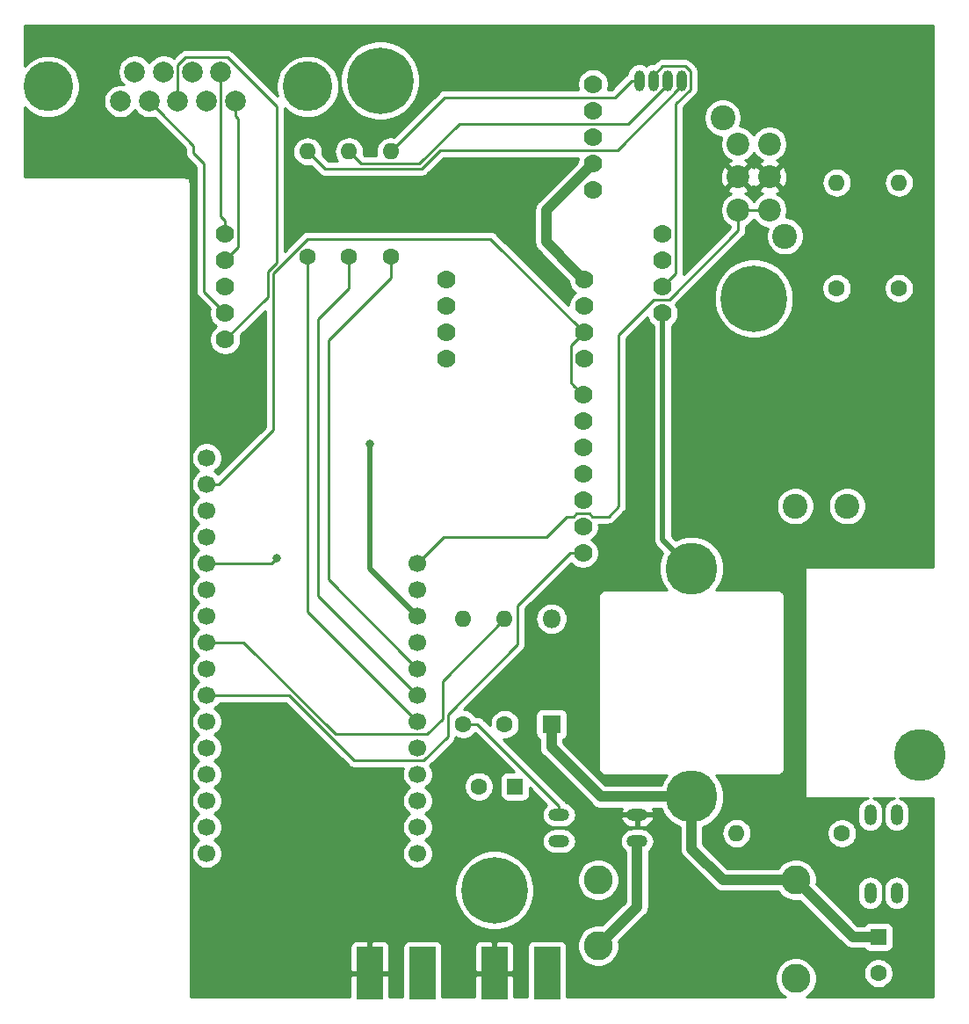
<source format=gbr>
G04 #@! TF.GenerationSoftware,KiCad,Pcbnew,5.1.4-e60b266~84~ubuntu18.04.1*
G04 #@! TF.CreationDate,2019-11-04T15:24:46+01:00*
G04 #@! TF.ProjectId,WaveGlide3X,57617665-476c-4696-9465-33582e6b6963,rev?*
G04 #@! TF.SameCoordinates,Original*
G04 #@! TF.FileFunction,Copper,L1,Top*
G04 #@! TF.FilePolarity,Positive*
%FSLAX46Y46*%
G04 Gerber Fmt 4.6, Leading zero omitted, Abs format (unit mm)*
G04 Created by KiCad (PCBNEW 5.1.4-e60b266~84~ubuntu18.04.1) date 2019-11-04 15:24:46*
%MOMM*%
%LPD*%
G04 APERTURE LIST*
%ADD10C,5.000000*%
%ADD11O,1.200000X2.000000*%
%ADD12C,1.600000*%
%ADD13O,1.600000X1.600000*%
%ADD14R,2.540000X5.080000*%
%ADD15C,6.400000*%
%ADD16C,0.800000*%
%ADD17C,1.778000*%
%ADD18C,2.794000*%
%ADD19C,1.700000*%
%ADD20R,1.600000X1.600000*%
%ADD21O,1.800000X1.800000*%
%ADD22R,1.800000X1.800000*%
%ADD23C,2.400000*%
%ADD24C,2.200000*%
%ADD25C,4.800000*%
%ADD26C,2.000000*%
%ADD27O,1.000000X2.000000*%
%ADD28O,2.000000X1.200000*%
%ADD29C,0.500000*%
%ADD30C,1.000000*%
%ADD31C,0.250000*%
%ADD32C,0.254000*%
G04 APERTURE END LIST*
D10*
X120000000Y-131000000D03*
X98000000Y-113000000D03*
X98000000Y-135000000D03*
D11*
X117770000Y-144260000D03*
X117770000Y-136740000D03*
X115230000Y-144260000D03*
X115230000Y-136740000D03*
D12*
X80000000Y-128000000D03*
D13*
X80000000Y-117840000D03*
D14*
X72080000Y-152000000D03*
X67000000Y-152000000D03*
X84080000Y-152000000D03*
X79000000Y-152000000D03*
D15*
X68000000Y-66000000D03*
D16*
X70400000Y-66000000D03*
X69697056Y-67697056D03*
X68000000Y-68400000D03*
X66302944Y-67697056D03*
X65600000Y-66000000D03*
X66302944Y-64302944D03*
X68000000Y-63600000D03*
X69697056Y-64302944D03*
D15*
X79000000Y-144000000D03*
D16*
X81400000Y-144000000D03*
X80697056Y-145697056D03*
X79000000Y-146400000D03*
X77302944Y-145697056D03*
X76600000Y-144000000D03*
X77302944Y-142302944D03*
X79000000Y-141600000D03*
X80697056Y-142302944D03*
D15*
X104000000Y-87000000D03*
D16*
X106400000Y-87000000D03*
X105697056Y-88697056D03*
X104000000Y-89400000D03*
X102302944Y-88697056D03*
X101600000Y-87000000D03*
X102302944Y-85302944D03*
X104000000Y-84600000D03*
X105697056Y-85302944D03*
D17*
X53064000Y-80790000D03*
X53064000Y-83330000D03*
X53064000Y-85870000D03*
X53064000Y-88410000D03*
X53064000Y-90950000D03*
X95228000Y-88410000D03*
X95228000Y-85870000D03*
X95228000Y-83330000D03*
X95228000Y-80790000D03*
X87650000Y-85190000D03*
X74350000Y-85190000D03*
X87650000Y-87730000D03*
X74350000Y-87730000D03*
X87650000Y-90270000D03*
X74350000Y-90270000D03*
X87650000Y-92810000D03*
X74350000Y-92810000D03*
D18*
X108050000Y-143000000D03*
X108050000Y-152525000D03*
X89000000Y-149350000D03*
X89000000Y-143000000D03*
D19*
X71590000Y-112510000D03*
X71590000Y-115050000D03*
X71590000Y-117590000D03*
X71590000Y-120130000D03*
X71590000Y-122670000D03*
X71590000Y-125210000D03*
X71590000Y-127750000D03*
X71590000Y-130290000D03*
X71590000Y-132830000D03*
X71590000Y-135370000D03*
X71590000Y-137910000D03*
X71590000Y-140450000D03*
X51270000Y-140450000D03*
X51270000Y-137910000D03*
X51270000Y-135370000D03*
X51270000Y-132830000D03*
X51270000Y-130290000D03*
X51270000Y-127750000D03*
X51270000Y-125210000D03*
X51270000Y-122670000D03*
X51270000Y-120130000D03*
X51270000Y-117590000D03*
X51270000Y-115050000D03*
X51270000Y-112510000D03*
X51270000Y-109970000D03*
X51270000Y-107430000D03*
X51270000Y-104890000D03*
X51270000Y-102350000D03*
D17*
X88510000Y-76510000D03*
X88510000Y-73970000D03*
X88510000Y-71430000D03*
X88510000Y-68890000D03*
X88510000Y-66350000D03*
X87540000Y-111510000D03*
X87540000Y-108970000D03*
X87540000Y-106430000D03*
X87540000Y-103890000D03*
X87540000Y-101350000D03*
X87540000Y-98810000D03*
X87540000Y-96270000D03*
D12*
X77500000Y-134000000D03*
D20*
X81000000Y-134000000D03*
X116000000Y-148500000D03*
D12*
X116000000Y-152000000D03*
D21*
X84500000Y-117840000D03*
D22*
X84500000Y-128000000D03*
D23*
X108000000Y-107000000D03*
X113000000Y-107000000D03*
D24*
X102500000Y-78500000D03*
X102500000Y-75300000D03*
X102500000Y-72110000D03*
X105500000Y-78500000D03*
X105500000Y-75300000D03*
X105500000Y-72100000D03*
D23*
X101000000Y-69600000D03*
X107000000Y-81000000D03*
D25*
X61000000Y-66580000D03*
X36000000Y-66580000D03*
D26*
X52650000Y-65160000D03*
X49880000Y-65160000D03*
X47120000Y-65160000D03*
X44350000Y-65160000D03*
X54040000Y-68000000D03*
X51270000Y-68000000D03*
X48500000Y-68000000D03*
X45730000Y-68000000D03*
X42960000Y-68000000D03*
D12*
X69000000Y-83000000D03*
D13*
X69000000Y-72840000D03*
X65000000Y-72840000D03*
D12*
X65000000Y-83000000D03*
X61000000Y-83000000D03*
D13*
X61000000Y-72840000D03*
X76000000Y-117840000D03*
D12*
X76000000Y-128000000D03*
D13*
X112000000Y-75840000D03*
D12*
X112000000Y-86000000D03*
X118000000Y-86000000D03*
D13*
X118000000Y-75840000D03*
X102340000Y-138500000D03*
D12*
X112500000Y-138500000D03*
D27*
X92968000Y-66000000D03*
X94314200Y-66000000D03*
X95685800Y-66000000D03*
X97032000Y-66000000D03*
D28*
X92760000Y-136730000D03*
X85240000Y-136730000D03*
X92760000Y-139270000D03*
X85240000Y-139270000D03*
D16*
X67000000Y-101000000D03*
X58000000Y-112000000D03*
D29*
X95228000Y-110228000D02*
X98000000Y-113000000D01*
X95228000Y-88410000D02*
X95228000Y-110228000D01*
D30*
X86761001Y-84301001D02*
X87650000Y-85190000D01*
X84000000Y-81540000D02*
X86761001Y-84301001D01*
X84000000Y-78480000D02*
X84000000Y-81540000D01*
X88510000Y-73970000D02*
X84000000Y-78480000D01*
D31*
X57664999Y-84595999D02*
X61000000Y-81260998D01*
X57664999Y-99697082D02*
X57664999Y-84595999D01*
X52472081Y-104890000D02*
X57664999Y-99697082D01*
X51270000Y-104890000D02*
X52472081Y-104890000D01*
X78640998Y-81260998D02*
X87650000Y-90270000D01*
X61000000Y-81260998D02*
X78640998Y-81260998D01*
X86651001Y-95381001D02*
X87540000Y-96270000D01*
X86385999Y-95115999D02*
X86651001Y-95381001D01*
X86385999Y-91534001D02*
X86385999Y-95115999D01*
X87650000Y-90270000D02*
X86385999Y-91534001D01*
X94314200Y-65500000D02*
X94314200Y-66000000D01*
X95189210Y-64624990D02*
X94314200Y-65500000D01*
X97394441Y-64624990D02*
X95189210Y-64624990D01*
X97907010Y-65137559D02*
X97394441Y-64624990D01*
X95228000Y-85870000D02*
X96492001Y-84605999D01*
X96492001Y-68277450D02*
X97907010Y-66862441D01*
X96492001Y-84605999D02*
X96492001Y-68277450D01*
X97907010Y-66862441D02*
X97907010Y-65137559D01*
X81224999Y-116567766D02*
X86282765Y-111510000D01*
X86282765Y-111510000D02*
X87540000Y-111510000D01*
X74500000Y-127079002D02*
X81224999Y-120354003D01*
X74500000Y-129193002D02*
X74500000Y-127079002D01*
X59210000Y-125210000D02*
X65500000Y-131500000D01*
X71001999Y-131515001D02*
X72178001Y-131515001D01*
X72178001Y-131515001D02*
X74500000Y-129193002D01*
X51270000Y-125210000D02*
X59210000Y-125210000D01*
X65500000Y-131500000D02*
X70986998Y-131500000D01*
X81224999Y-120354003D02*
X81224999Y-116567766D01*
X70986998Y-131500000D02*
X71001999Y-131515001D01*
X61000000Y-117160000D02*
X71590000Y-127750000D01*
X61000000Y-83000000D02*
X61000000Y-117160000D01*
X65000000Y-83000000D02*
X65000000Y-86000000D01*
X65000000Y-86000000D02*
X62000000Y-89000000D01*
X62000000Y-115620000D02*
X71590000Y-125210000D01*
X62000000Y-89000000D02*
X62000000Y-115620000D01*
X69000000Y-83000000D02*
X69000000Y-85000000D01*
X70740001Y-121820001D02*
X71590000Y-122670000D01*
X63000000Y-91000000D02*
X63000000Y-114080000D01*
X63000000Y-114080000D02*
X70740001Y-121820001D01*
X69000000Y-85000000D02*
X63000000Y-91000000D01*
X92218000Y-66000000D02*
X92968000Y-66000000D01*
X90603999Y-67614001D02*
X92218000Y-66000000D01*
X74225999Y-67614001D02*
X90603999Y-67614001D01*
X69000000Y-72840000D02*
X74225999Y-67614001D01*
X95685800Y-66365851D02*
X95685800Y-66000000D01*
X91897650Y-70154001D02*
X95685800Y-66365851D01*
X75638879Y-70154001D02*
X91897650Y-70154001D01*
X71777879Y-74015001D02*
X75638879Y-70154001D01*
X65000000Y-72840000D02*
X66175001Y-74015001D01*
X66175001Y-74015001D02*
X71777879Y-74015001D01*
X62675011Y-74515011D02*
X71984989Y-74515011D01*
X61000000Y-72840000D02*
X62675011Y-74515011D01*
X97032000Y-66500000D02*
X97032000Y-66000000D01*
X73805999Y-72694001D02*
X90837999Y-72694001D01*
X90837999Y-72694001D02*
X97032000Y-66500000D01*
X71984989Y-74515011D02*
X73805999Y-72694001D01*
X85240000Y-135880000D02*
X85240000Y-136730000D01*
X77360000Y-128000000D02*
X85240000Y-135880000D01*
X76000000Y-128000000D02*
X77360000Y-128000000D01*
X52650000Y-66574213D02*
X52650000Y-65160000D01*
X52650000Y-79118765D02*
X52650000Y-66574213D01*
X53064000Y-79532765D02*
X52650000Y-79118765D01*
X53064000Y-80790000D02*
X53064000Y-79532765D01*
X54040000Y-69414213D02*
X54040000Y-68000000D01*
X54328001Y-69702214D02*
X54040000Y-69414213D01*
X54328001Y-82065999D02*
X54328001Y-69702214D01*
X53064000Y-83330000D02*
X54328001Y-82065999D01*
X46729999Y-68999999D02*
X45730000Y-68000000D01*
X50000000Y-72270000D02*
X46729999Y-68999999D01*
X51000000Y-74000000D02*
X50000000Y-73000000D01*
X50000000Y-73000000D02*
X50000000Y-72270000D01*
X53064000Y-88410000D02*
X51000000Y-86346000D01*
X51000000Y-86346000D02*
X51000000Y-74000000D01*
X57164988Y-86849012D02*
X57164989Y-84388887D01*
X49219999Y-63784999D02*
X48500000Y-64504998D01*
X58000000Y-68474998D02*
X53310001Y-63784999D01*
X53310001Y-63784999D02*
X49219999Y-63784999D01*
X58000000Y-83553876D02*
X58000000Y-68474998D01*
X57164989Y-84388887D02*
X58000000Y-83553876D01*
X53064000Y-90950000D02*
X57164988Y-86849012D01*
X48500000Y-64504998D02*
X48500000Y-66585787D01*
X48500000Y-66585787D02*
X48500000Y-68000000D01*
X67000000Y-152000000D02*
X67000000Y-150730000D01*
D30*
X92760000Y-145590000D02*
X89000000Y-149350000D01*
X92760000Y-139270000D02*
X92760000Y-145590000D01*
D29*
X67000000Y-113000000D02*
X71590000Y-117590000D01*
X67000000Y-101000000D02*
X67000000Y-113000000D01*
D31*
X51270000Y-112510000D02*
X57490000Y-112510000D01*
X57490000Y-112510000D02*
X58000000Y-112000000D01*
X102500000Y-78500000D02*
X105500000Y-78500000D01*
X102500000Y-80468722D02*
X102500000Y-78500000D01*
X94365999Y-87134001D02*
X95834721Y-87134001D01*
X91000000Y-90500000D02*
X94365999Y-87134001D01*
X91000000Y-107000000D02*
X91000000Y-90500000D01*
X88146721Y-107705999D02*
X88440722Y-108000000D01*
X95834721Y-87134001D02*
X102500000Y-80468722D01*
X74100000Y-110000000D02*
X84000000Y-110000000D01*
X86639278Y-108000000D02*
X86933279Y-107705999D01*
X71590000Y-112510000D02*
X74100000Y-110000000D01*
X84000000Y-110000000D02*
X86000000Y-108000000D01*
X86000000Y-108000000D02*
X86639278Y-108000000D01*
X90000000Y-108000000D02*
X91000000Y-107000000D01*
X88440722Y-108000000D02*
X90000000Y-108000000D01*
X86933279Y-107705999D02*
X88146721Y-107705999D01*
D30*
X113550000Y-148500000D02*
X108050000Y-143000000D01*
X116000000Y-148500000D02*
X113550000Y-148500000D01*
X108050000Y-143000000D02*
X101000000Y-143000000D01*
X98000000Y-140000000D02*
X98000000Y-135000000D01*
X101000000Y-143000000D02*
X98000000Y-140000000D01*
X84500000Y-130250000D02*
X84500000Y-128000000D01*
X98000000Y-135000000D02*
X89250000Y-135000000D01*
X89250000Y-135000000D02*
X84500000Y-130250000D01*
D31*
X52472081Y-120130000D02*
X51270000Y-120130000D01*
X74000000Y-123840000D02*
X74000000Y-127500000D01*
X80000000Y-117840000D02*
X74000000Y-123840000D01*
X74000000Y-127500000D02*
X72524999Y-128975001D01*
X72524999Y-128975001D02*
X63682121Y-128975001D01*
X63682121Y-128975001D02*
X54837120Y-120130000D01*
X54837120Y-120130000D02*
X52472081Y-120130000D01*
D32*
G36*
X121290000Y-112873000D02*
G01*
X109000000Y-112873000D01*
X108975224Y-112875440D01*
X108951399Y-112882667D01*
X108929443Y-112894403D01*
X108910197Y-112910197D01*
X108894403Y-112929443D01*
X108882667Y-112951399D01*
X108875440Y-112975224D01*
X108873000Y-113000000D01*
X108873000Y-135000000D01*
X108875440Y-135024776D01*
X108882667Y-135048601D01*
X108894403Y-135070557D01*
X108910197Y-135089803D01*
X108929443Y-135105597D01*
X108951399Y-135117333D01*
X108975224Y-135124560D01*
X109000000Y-135127000D01*
X114974283Y-135127000D01*
X114755099Y-135193489D01*
X114540551Y-135308167D01*
X114352498Y-135462498D01*
X114198167Y-135650552D01*
X114083489Y-135865100D01*
X114012870Y-136097899D01*
X113995000Y-136279336D01*
X113995000Y-137200665D01*
X114012870Y-137382102D01*
X114083489Y-137614901D01*
X114198168Y-137829449D01*
X114352499Y-138017502D01*
X114540552Y-138171833D01*
X114755100Y-138286511D01*
X114987899Y-138357130D01*
X115230000Y-138380975D01*
X115472102Y-138357130D01*
X115704901Y-138286511D01*
X115919449Y-138171833D01*
X116107502Y-138017502D01*
X116261833Y-137829449D01*
X116376511Y-137614901D01*
X116447130Y-137382101D01*
X116465000Y-137200664D01*
X116465000Y-136279335D01*
X116447130Y-136097898D01*
X116376511Y-135865099D01*
X116261833Y-135650551D01*
X116107502Y-135462498D01*
X115919448Y-135308167D01*
X115704900Y-135193489D01*
X115485716Y-135127000D01*
X117514283Y-135127000D01*
X117295099Y-135193489D01*
X117080551Y-135308167D01*
X116892498Y-135462498D01*
X116738167Y-135650552D01*
X116623489Y-135865100D01*
X116552870Y-136097899D01*
X116535000Y-136279336D01*
X116535000Y-137200665D01*
X116552870Y-137382102D01*
X116623489Y-137614901D01*
X116738168Y-137829449D01*
X116892499Y-138017502D01*
X117080552Y-138171833D01*
X117295100Y-138286511D01*
X117527899Y-138357130D01*
X117770000Y-138380975D01*
X118012102Y-138357130D01*
X118244901Y-138286511D01*
X118459449Y-138171833D01*
X118647502Y-138017502D01*
X118801833Y-137829449D01*
X118916511Y-137614901D01*
X118987130Y-137382101D01*
X119005000Y-137200664D01*
X119005000Y-136279335D01*
X118987130Y-136097898D01*
X118916511Y-135865099D01*
X118801833Y-135650551D01*
X118647502Y-135462498D01*
X118459448Y-135308167D01*
X118244900Y-135193489D01*
X118025716Y-135127000D01*
X121290000Y-135127000D01*
X121290000Y-154290000D01*
X109065994Y-154290000D01*
X109345325Y-154103357D01*
X109628357Y-153820325D01*
X109850735Y-153487513D01*
X110003911Y-153117713D01*
X110082000Y-152725135D01*
X110082000Y-152324865D01*
X110003911Y-151932287D01*
X109973416Y-151858665D01*
X114565000Y-151858665D01*
X114565000Y-152141335D01*
X114620147Y-152418574D01*
X114728320Y-152679727D01*
X114885363Y-152914759D01*
X115085241Y-153114637D01*
X115320273Y-153271680D01*
X115581426Y-153379853D01*
X115858665Y-153435000D01*
X116141335Y-153435000D01*
X116418574Y-153379853D01*
X116679727Y-153271680D01*
X116914759Y-153114637D01*
X117114637Y-152914759D01*
X117271680Y-152679727D01*
X117379853Y-152418574D01*
X117435000Y-152141335D01*
X117435000Y-151858665D01*
X117379853Y-151581426D01*
X117271680Y-151320273D01*
X117114637Y-151085241D01*
X116914759Y-150885363D01*
X116679727Y-150728320D01*
X116418574Y-150620147D01*
X116141335Y-150565000D01*
X115858665Y-150565000D01*
X115581426Y-150620147D01*
X115320273Y-150728320D01*
X115085241Y-150885363D01*
X114885363Y-151085241D01*
X114728320Y-151320273D01*
X114620147Y-151581426D01*
X114565000Y-151858665D01*
X109973416Y-151858665D01*
X109850735Y-151562487D01*
X109628357Y-151229675D01*
X109345325Y-150946643D01*
X109012513Y-150724265D01*
X108642713Y-150571089D01*
X108250135Y-150493000D01*
X107849865Y-150493000D01*
X107457287Y-150571089D01*
X107087487Y-150724265D01*
X106754675Y-150946643D01*
X106471643Y-151229675D01*
X106249265Y-151562487D01*
X106096089Y-151932287D01*
X106018000Y-152324865D01*
X106018000Y-152725135D01*
X106096089Y-153117713D01*
X106249265Y-153487513D01*
X106471643Y-153820325D01*
X106754675Y-154103357D01*
X107034006Y-154290000D01*
X85988072Y-154290000D01*
X85988072Y-149460000D01*
X85975812Y-149335518D01*
X85939502Y-149215820D01*
X85904248Y-149149865D01*
X86968000Y-149149865D01*
X86968000Y-149550135D01*
X87046089Y-149942713D01*
X87199265Y-150312513D01*
X87421643Y-150645325D01*
X87704675Y-150928357D01*
X88037487Y-151150735D01*
X88407287Y-151303911D01*
X88799865Y-151382000D01*
X89200135Y-151382000D01*
X89592713Y-151303911D01*
X89962513Y-151150735D01*
X90295325Y-150928357D01*
X90578357Y-150645325D01*
X90800735Y-150312513D01*
X90953911Y-149942713D01*
X91032000Y-149550135D01*
X91032000Y-149149865D01*
X90994382Y-148960749D01*
X93523141Y-146431991D01*
X93566449Y-146396449D01*
X93708284Y-146223623D01*
X93813676Y-146026447D01*
X93878577Y-145812499D01*
X93895000Y-145645752D01*
X93900491Y-145590000D01*
X93895000Y-145534249D01*
X93895000Y-140264450D01*
X94037502Y-140147502D01*
X94191833Y-139959449D01*
X94306511Y-139744901D01*
X94377130Y-139512102D01*
X94400975Y-139270000D01*
X94377130Y-139027898D01*
X94306511Y-138795099D01*
X94191833Y-138580551D01*
X94037502Y-138392498D01*
X93849449Y-138238167D01*
X93634901Y-138123489D01*
X93402102Y-138052870D01*
X93220665Y-138035000D01*
X92299335Y-138035000D01*
X92117898Y-138052870D01*
X91885099Y-138123489D01*
X91670551Y-138238167D01*
X91482498Y-138392498D01*
X91328167Y-138580551D01*
X91213489Y-138795099D01*
X91142870Y-139027898D01*
X91119025Y-139270000D01*
X91142870Y-139512102D01*
X91213489Y-139744901D01*
X91328167Y-139959449D01*
X91482498Y-140147502D01*
X91625000Y-140264450D01*
X91625001Y-145119867D01*
X89389251Y-147355618D01*
X89200135Y-147318000D01*
X88799865Y-147318000D01*
X88407287Y-147396089D01*
X88037487Y-147549265D01*
X87704675Y-147771643D01*
X87421643Y-148054675D01*
X87199265Y-148387487D01*
X87046089Y-148757287D01*
X86968000Y-149149865D01*
X85904248Y-149149865D01*
X85880537Y-149105506D01*
X85801185Y-149008815D01*
X85704494Y-148929463D01*
X85594180Y-148870498D01*
X85474482Y-148834188D01*
X85350000Y-148821928D01*
X82810000Y-148821928D01*
X82685518Y-148834188D01*
X82565820Y-148870498D01*
X82455506Y-148929463D01*
X82358815Y-149008815D01*
X82279463Y-149105506D01*
X82220498Y-149215820D01*
X82184188Y-149335518D01*
X82171928Y-149460000D01*
X82171928Y-154290000D01*
X80907731Y-154290000D01*
X80905000Y-152285750D01*
X80746250Y-152127000D01*
X79127000Y-152127000D01*
X79127000Y-152147000D01*
X78873000Y-152147000D01*
X78873000Y-152127000D01*
X77253750Y-152127000D01*
X77095000Y-152285750D01*
X77092269Y-154290000D01*
X73988072Y-154290000D01*
X73988072Y-149460000D01*
X77091928Y-149460000D01*
X77095000Y-151714250D01*
X77253750Y-151873000D01*
X78873000Y-151873000D01*
X78873000Y-148983750D01*
X79127000Y-148983750D01*
X79127000Y-151873000D01*
X80746250Y-151873000D01*
X80905000Y-151714250D01*
X80908072Y-149460000D01*
X80895812Y-149335518D01*
X80859502Y-149215820D01*
X80800537Y-149105506D01*
X80721185Y-149008815D01*
X80624494Y-148929463D01*
X80514180Y-148870498D01*
X80394482Y-148834188D01*
X80270000Y-148821928D01*
X79285750Y-148825000D01*
X79127000Y-148983750D01*
X78873000Y-148983750D01*
X78714250Y-148825000D01*
X77730000Y-148821928D01*
X77605518Y-148834188D01*
X77485820Y-148870498D01*
X77375506Y-148929463D01*
X77278815Y-149008815D01*
X77199463Y-149105506D01*
X77140498Y-149215820D01*
X77104188Y-149335518D01*
X77091928Y-149460000D01*
X73988072Y-149460000D01*
X73975812Y-149335518D01*
X73939502Y-149215820D01*
X73880537Y-149105506D01*
X73801185Y-149008815D01*
X73704494Y-148929463D01*
X73594180Y-148870498D01*
X73474482Y-148834188D01*
X73350000Y-148821928D01*
X70810000Y-148821928D01*
X70685518Y-148834188D01*
X70565820Y-148870498D01*
X70455506Y-148929463D01*
X70358815Y-149008815D01*
X70279463Y-149105506D01*
X70220498Y-149215820D01*
X70184188Y-149335518D01*
X70171928Y-149460000D01*
X70171928Y-154290000D01*
X68907731Y-154290000D01*
X68905000Y-152285750D01*
X68746250Y-152127000D01*
X67127000Y-152127000D01*
X67127000Y-152147000D01*
X66873000Y-152147000D01*
X66873000Y-152127000D01*
X65253750Y-152127000D01*
X65095000Y-152285750D01*
X65092269Y-154290000D01*
X49710000Y-154290000D01*
X49710000Y-149460000D01*
X65091928Y-149460000D01*
X65095000Y-151714250D01*
X65253750Y-151873000D01*
X66873000Y-151873000D01*
X66873000Y-148983750D01*
X67127000Y-148983750D01*
X67127000Y-151873000D01*
X68746250Y-151873000D01*
X68905000Y-151714250D01*
X68908072Y-149460000D01*
X68895812Y-149335518D01*
X68859502Y-149215820D01*
X68800537Y-149105506D01*
X68721185Y-149008815D01*
X68624494Y-148929463D01*
X68514180Y-148870498D01*
X68394482Y-148834188D01*
X68270000Y-148821928D01*
X67285750Y-148825000D01*
X67127000Y-148983750D01*
X66873000Y-148983750D01*
X66714250Y-148825000D01*
X65730000Y-148821928D01*
X65605518Y-148834188D01*
X65485820Y-148870498D01*
X65375506Y-148929463D01*
X65278815Y-149008815D01*
X65199463Y-149105506D01*
X65140498Y-149215820D01*
X65104188Y-149335518D01*
X65091928Y-149460000D01*
X49710000Y-149460000D01*
X49710000Y-143622285D01*
X75165000Y-143622285D01*
X75165000Y-144377715D01*
X75312377Y-145118628D01*
X75601467Y-145816554D01*
X76021161Y-146444670D01*
X76555330Y-146978839D01*
X77183446Y-147398533D01*
X77881372Y-147687623D01*
X78622285Y-147835000D01*
X79377715Y-147835000D01*
X80118628Y-147687623D01*
X80816554Y-147398533D01*
X81444670Y-146978839D01*
X81978839Y-146444670D01*
X82398533Y-145816554D01*
X82687623Y-145118628D01*
X82835000Y-144377715D01*
X82835000Y-143622285D01*
X82687623Y-142881372D01*
X82653862Y-142799865D01*
X86968000Y-142799865D01*
X86968000Y-143200135D01*
X87046089Y-143592713D01*
X87199265Y-143962513D01*
X87421643Y-144295325D01*
X87704675Y-144578357D01*
X88037487Y-144800735D01*
X88407287Y-144953911D01*
X88799865Y-145032000D01*
X89200135Y-145032000D01*
X89592713Y-144953911D01*
X89962513Y-144800735D01*
X90295325Y-144578357D01*
X90578357Y-144295325D01*
X90800735Y-143962513D01*
X90953911Y-143592713D01*
X91032000Y-143200135D01*
X91032000Y-142799865D01*
X90953911Y-142407287D01*
X90800735Y-142037487D01*
X90578357Y-141704675D01*
X90295325Y-141421643D01*
X89962513Y-141199265D01*
X89592713Y-141046089D01*
X89200135Y-140968000D01*
X88799865Y-140968000D01*
X88407287Y-141046089D01*
X88037487Y-141199265D01*
X87704675Y-141421643D01*
X87421643Y-141704675D01*
X87199265Y-142037487D01*
X87046089Y-142407287D01*
X86968000Y-142799865D01*
X82653862Y-142799865D01*
X82398533Y-142183446D01*
X81978839Y-141555330D01*
X81444670Y-141021161D01*
X80816554Y-140601467D01*
X80118628Y-140312377D01*
X79377715Y-140165000D01*
X78622285Y-140165000D01*
X77881372Y-140312377D01*
X77183446Y-140601467D01*
X76555330Y-141021161D01*
X76021161Y-141555330D01*
X75601467Y-142183446D01*
X75312377Y-142881372D01*
X75165000Y-143622285D01*
X49710000Y-143622285D01*
X49710000Y-76034876D01*
X49713435Y-76000000D01*
X49699727Y-75860816D01*
X49659128Y-75726980D01*
X49627000Y-75666873D01*
X49627000Y-75500000D01*
X49624560Y-75475224D01*
X49617333Y-75451399D01*
X49605597Y-75429443D01*
X49589803Y-75410197D01*
X49570557Y-75394403D01*
X49548601Y-75382667D01*
X49524776Y-75375440D01*
X49500000Y-75373000D01*
X49333127Y-75373000D01*
X49273020Y-75340872D01*
X49139184Y-75300273D01*
X49034877Y-75290000D01*
X49000000Y-75286565D01*
X48965123Y-75290000D01*
X33710000Y-75290000D01*
X33710000Y-68582138D01*
X34065300Y-68937438D01*
X34562388Y-69269582D01*
X35114723Y-69498367D01*
X35701079Y-69615000D01*
X36298921Y-69615000D01*
X36885277Y-69498367D01*
X37437612Y-69269582D01*
X37934700Y-68937438D01*
X38357438Y-68514700D01*
X38689582Y-68017612D01*
X38763579Y-67838967D01*
X41325000Y-67838967D01*
X41325000Y-68161033D01*
X41387832Y-68476912D01*
X41511082Y-68774463D01*
X41690013Y-69042252D01*
X41917748Y-69269987D01*
X42185537Y-69448918D01*
X42483088Y-69572168D01*
X42798967Y-69635000D01*
X43121033Y-69635000D01*
X43436912Y-69572168D01*
X43734463Y-69448918D01*
X44002252Y-69269987D01*
X44229987Y-69042252D01*
X44345000Y-68870123D01*
X44460013Y-69042252D01*
X44687748Y-69269987D01*
X44955537Y-69448918D01*
X45253088Y-69572168D01*
X45568967Y-69635000D01*
X45891033Y-69635000D01*
X46206912Y-69572168D01*
X46221376Y-69566177D01*
X49240000Y-72584802D01*
X49240000Y-72962678D01*
X49236324Y-73000000D01*
X49240000Y-73037322D01*
X49240000Y-73037332D01*
X49250997Y-73148985D01*
X49283156Y-73255001D01*
X49294454Y-73292246D01*
X49365026Y-73424276D01*
X49404871Y-73472826D01*
X49459999Y-73540001D01*
X49489002Y-73563804D01*
X50240001Y-74314803D01*
X50240000Y-86308678D01*
X50236324Y-86346000D01*
X50240000Y-86383322D01*
X50240000Y-86383332D01*
X50250997Y-86494985D01*
X50289612Y-86622285D01*
X50294454Y-86638246D01*
X50365026Y-86770276D01*
X50404871Y-86818826D01*
X50459999Y-86886001D01*
X50489003Y-86909804D01*
X51589623Y-88010425D01*
X51540000Y-88259899D01*
X51540000Y-88560101D01*
X51598566Y-88854534D01*
X51713449Y-89131885D01*
X51880232Y-89381493D01*
X52092507Y-89593768D01*
X52221562Y-89680000D01*
X52092507Y-89766232D01*
X51880232Y-89978507D01*
X51713449Y-90228115D01*
X51598566Y-90505466D01*
X51540000Y-90799899D01*
X51540000Y-91100101D01*
X51598566Y-91394534D01*
X51713449Y-91671885D01*
X51880232Y-91921493D01*
X52092507Y-92133768D01*
X52342115Y-92300551D01*
X52619466Y-92415434D01*
X52913899Y-92474000D01*
X53214101Y-92474000D01*
X53508534Y-92415434D01*
X53785885Y-92300551D01*
X54035493Y-92133768D01*
X54247768Y-91921493D01*
X54414551Y-91671885D01*
X54529434Y-91394534D01*
X54588000Y-91100101D01*
X54588000Y-90799899D01*
X54538377Y-90550424D01*
X56905000Y-88183802D01*
X56904999Y-99382280D01*
X52383693Y-103903586D01*
X52216632Y-103736525D01*
X52042240Y-103620000D01*
X52216632Y-103503475D01*
X52423475Y-103296632D01*
X52585990Y-103053411D01*
X52697932Y-102783158D01*
X52755000Y-102496260D01*
X52755000Y-102203740D01*
X52697932Y-101916842D01*
X52585990Y-101646589D01*
X52423475Y-101403368D01*
X52216632Y-101196525D01*
X51973411Y-101034010D01*
X51703158Y-100922068D01*
X51416260Y-100865000D01*
X51123740Y-100865000D01*
X50836842Y-100922068D01*
X50566589Y-101034010D01*
X50323368Y-101196525D01*
X50116525Y-101403368D01*
X49954010Y-101646589D01*
X49842068Y-101916842D01*
X49785000Y-102203740D01*
X49785000Y-102496260D01*
X49842068Y-102783158D01*
X49954010Y-103053411D01*
X50116525Y-103296632D01*
X50323368Y-103503475D01*
X50497760Y-103620000D01*
X50323368Y-103736525D01*
X50116525Y-103943368D01*
X49954010Y-104186589D01*
X49842068Y-104456842D01*
X49785000Y-104743740D01*
X49785000Y-105036260D01*
X49842068Y-105323158D01*
X49954010Y-105593411D01*
X50116525Y-105836632D01*
X50323368Y-106043475D01*
X50497760Y-106160000D01*
X50323368Y-106276525D01*
X50116525Y-106483368D01*
X49954010Y-106726589D01*
X49842068Y-106996842D01*
X49785000Y-107283740D01*
X49785000Y-107576260D01*
X49842068Y-107863158D01*
X49954010Y-108133411D01*
X50116525Y-108376632D01*
X50323368Y-108583475D01*
X50497760Y-108700000D01*
X50323368Y-108816525D01*
X50116525Y-109023368D01*
X49954010Y-109266589D01*
X49842068Y-109536842D01*
X49785000Y-109823740D01*
X49785000Y-110116260D01*
X49842068Y-110403158D01*
X49954010Y-110673411D01*
X50116525Y-110916632D01*
X50323368Y-111123475D01*
X50497760Y-111240000D01*
X50323368Y-111356525D01*
X50116525Y-111563368D01*
X49954010Y-111806589D01*
X49842068Y-112076842D01*
X49785000Y-112363740D01*
X49785000Y-112656260D01*
X49842068Y-112943158D01*
X49954010Y-113213411D01*
X50116525Y-113456632D01*
X50323368Y-113663475D01*
X50497760Y-113780000D01*
X50323368Y-113896525D01*
X50116525Y-114103368D01*
X49954010Y-114346589D01*
X49842068Y-114616842D01*
X49785000Y-114903740D01*
X49785000Y-115196260D01*
X49842068Y-115483158D01*
X49954010Y-115753411D01*
X50116525Y-115996632D01*
X50323368Y-116203475D01*
X50497760Y-116320000D01*
X50323368Y-116436525D01*
X50116525Y-116643368D01*
X49954010Y-116886589D01*
X49842068Y-117156842D01*
X49785000Y-117443740D01*
X49785000Y-117736260D01*
X49842068Y-118023158D01*
X49954010Y-118293411D01*
X50116525Y-118536632D01*
X50323368Y-118743475D01*
X50497760Y-118860000D01*
X50323368Y-118976525D01*
X50116525Y-119183368D01*
X49954010Y-119426589D01*
X49842068Y-119696842D01*
X49785000Y-119983740D01*
X49785000Y-120276260D01*
X49842068Y-120563158D01*
X49954010Y-120833411D01*
X50116525Y-121076632D01*
X50323368Y-121283475D01*
X50497760Y-121400000D01*
X50323368Y-121516525D01*
X50116525Y-121723368D01*
X49954010Y-121966589D01*
X49842068Y-122236842D01*
X49785000Y-122523740D01*
X49785000Y-122816260D01*
X49842068Y-123103158D01*
X49954010Y-123373411D01*
X50116525Y-123616632D01*
X50323368Y-123823475D01*
X50497760Y-123940000D01*
X50323368Y-124056525D01*
X50116525Y-124263368D01*
X49954010Y-124506589D01*
X49842068Y-124776842D01*
X49785000Y-125063740D01*
X49785000Y-125356260D01*
X49842068Y-125643158D01*
X49954010Y-125913411D01*
X50116525Y-126156632D01*
X50323368Y-126363475D01*
X50497760Y-126480000D01*
X50323368Y-126596525D01*
X50116525Y-126803368D01*
X49954010Y-127046589D01*
X49842068Y-127316842D01*
X49785000Y-127603740D01*
X49785000Y-127896260D01*
X49842068Y-128183158D01*
X49954010Y-128453411D01*
X50116525Y-128696632D01*
X50323368Y-128903475D01*
X50497760Y-129020000D01*
X50323368Y-129136525D01*
X50116525Y-129343368D01*
X49954010Y-129586589D01*
X49842068Y-129856842D01*
X49785000Y-130143740D01*
X49785000Y-130436260D01*
X49842068Y-130723158D01*
X49954010Y-130993411D01*
X50116525Y-131236632D01*
X50323368Y-131443475D01*
X50497760Y-131560000D01*
X50323368Y-131676525D01*
X50116525Y-131883368D01*
X49954010Y-132126589D01*
X49842068Y-132396842D01*
X49785000Y-132683740D01*
X49785000Y-132976260D01*
X49842068Y-133263158D01*
X49954010Y-133533411D01*
X50116525Y-133776632D01*
X50323368Y-133983475D01*
X50497760Y-134100000D01*
X50323368Y-134216525D01*
X50116525Y-134423368D01*
X49954010Y-134666589D01*
X49842068Y-134936842D01*
X49785000Y-135223740D01*
X49785000Y-135516260D01*
X49842068Y-135803158D01*
X49954010Y-136073411D01*
X50116525Y-136316632D01*
X50323368Y-136523475D01*
X50497760Y-136640000D01*
X50323368Y-136756525D01*
X50116525Y-136963368D01*
X49954010Y-137206589D01*
X49842068Y-137476842D01*
X49785000Y-137763740D01*
X49785000Y-138056260D01*
X49842068Y-138343158D01*
X49954010Y-138613411D01*
X50116525Y-138856632D01*
X50323368Y-139063475D01*
X50497760Y-139180000D01*
X50323368Y-139296525D01*
X50116525Y-139503368D01*
X49954010Y-139746589D01*
X49842068Y-140016842D01*
X49785000Y-140303740D01*
X49785000Y-140596260D01*
X49842068Y-140883158D01*
X49954010Y-141153411D01*
X50116525Y-141396632D01*
X50323368Y-141603475D01*
X50566589Y-141765990D01*
X50836842Y-141877932D01*
X51123740Y-141935000D01*
X51416260Y-141935000D01*
X51703158Y-141877932D01*
X51973411Y-141765990D01*
X52216632Y-141603475D01*
X52423475Y-141396632D01*
X52585990Y-141153411D01*
X52697932Y-140883158D01*
X52755000Y-140596260D01*
X52755000Y-140303740D01*
X52697932Y-140016842D01*
X52585990Y-139746589D01*
X52423475Y-139503368D01*
X52216632Y-139296525D01*
X52042240Y-139180000D01*
X52216632Y-139063475D01*
X52423475Y-138856632D01*
X52585990Y-138613411D01*
X52697932Y-138343158D01*
X52755000Y-138056260D01*
X52755000Y-137763740D01*
X52697932Y-137476842D01*
X52585990Y-137206589D01*
X52423475Y-136963368D01*
X52216632Y-136756525D01*
X52042240Y-136640000D01*
X52216632Y-136523475D01*
X52423475Y-136316632D01*
X52585990Y-136073411D01*
X52697932Y-135803158D01*
X52755000Y-135516260D01*
X52755000Y-135223740D01*
X52697932Y-134936842D01*
X52585990Y-134666589D01*
X52423475Y-134423368D01*
X52216632Y-134216525D01*
X52042240Y-134100000D01*
X52216632Y-133983475D01*
X52423475Y-133776632D01*
X52585990Y-133533411D01*
X52697932Y-133263158D01*
X52755000Y-132976260D01*
X52755000Y-132683740D01*
X52697932Y-132396842D01*
X52585990Y-132126589D01*
X52423475Y-131883368D01*
X52216632Y-131676525D01*
X52042240Y-131560000D01*
X52216632Y-131443475D01*
X52423475Y-131236632D01*
X52585990Y-130993411D01*
X52697932Y-130723158D01*
X52755000Y-130436260D01*
X52755000Y-130143740D01*
X52697932Y-129856842D01*
X52585990Y-129586589D01*
X52423475Y-129343368D01*
X52216632Y-129136525D01*
X52042240Y-129020000D01*
X52216632Y-128903475D01*
X52423475Y-128696632D01*
X52585990Y-128453411D01*
X52697932Y-128183158D01*
X52755000Y-127896260D01*
X52755000Y-127603740D01*
X52697932Y-127316842D01*
X52585990Y-127046589D01*
X52423475Y-126803368D01*
X52216632Y-126596525D01*
X52042240Y-126480000D01*
X52216632Y-126363475D01*
X52423475Y-126156632D01*
X52548178Y-125970000D01*
X58895199Y-125970000D01*
X64936200Y-132011002D01*
X64959999Y-132040001D01*
X65075724Y-132134974D01*
X65207753Y-132205546D01*
X65351014Y-132249003D01*
X65462667Y-132260000D01*
X65462676Y-132260000D01*
X65499999Y-132263676D01*
X65537322Y-132260000D01*
X70218750Y-132260000D01*
X70162068Y-132396842D01*
X70105000Y-132683740D01*
X70105000Y-132976260D01*
X70162068Y-133263158D01*
X70274010Y-133533411D01*
X70436525Y-133776632D01*
X70643368Y-133983475D01*
X70817760Y-134100000D01*
X70643368Y-134216525D01*
X70436525Y-134423368D01*
X70274010Y-134666589D01*
X70162068Y-134936842D01*
X70105000Y-135223740D01*
X70105000Y-135516260D01*
X70162068Y-135803158D01*
X70274010Y-136073411D01*
X70436525Y-136316632D01*
X70643368Y-136523475D01*
X70817760Y-136640000D01*
X70643368Y-136756525D01*
X70436525Y-136963368D01*
X70274010Y-137206589D01*
X70162068Y-137476842D01*
X70105000Y-137763740D01*
X70105000Y-138056260D01*
X70162068Y-138343158D01*
X70274010Y-138613411D01*
X70436525Y-138856632D01*
X70643368Y-139063475D01*
X70817760Y-139180000D01*
X70643368Y-139296525D01*
X70436525Y-139503368D01*
X70274010Y-139746589D01*
X70162068Y-140016842D01*
X70105000Y-140303740D01*
X70105000Y-140596260D01*
X70162068Y-140883158D01*
X70274010Y-141153411D01*
X70436525Y-141396632D01*
X70643368Y-141603475D01*
X70886589Y-141765990D01*
X71156842Y-141877932D01*
X71443740Y-141935000D01*
X71736260Y-141935000D01*
X72023158Y-141877932D01*
X72293411Y-141765990D01*
X72536632Y-141603475D01*
X72743475Y-141396632D01*
X72905990Y-141153411D01*
X73017932Y-140883158D01*
X73075000Y-140596260D01*
X73075000Y-140303740D01*
X73017932Y-140016842D01*
X72905990Y-139746589D01*
X72743475Y-139503368D01*
X72536632Y-139296525D01*
X72496935Y-139270000D01*
X83599025Y-139270000D01*
X83622870Y-139512102D01*
X83693489Y-139744901D01*
X83808167Y-139959449D01*
X83962498Y-140147502D01*
X84150551Y-140301833D01*
X84365099Y-140416511D01*
X84597898Y-140487130D01*
X84779335Y-140505000D01*
X85700665Y-140505000D01*
X85882102Y-140487130D01*
X86114901Y-140416511D01*
X86329449Y-140301833D01*
X86517502Y-140147502D01*
X86671833Y-139959449D01*
X86786511Y-139744901D01*
X86857130Y-139512102D01*
X86880975Y-139270000D01*
X86857130Y-139027898D01*
X86786511Y-138795099D01*
X86671833Y-138580551D01*
X86517502Y-138392498D01*
X86329449Y-138238167D01*
X86114901Y-138123489D01*
X85882102Y-138052870D01*
X85700665Y-138035000D01*
X84779335Y-138035000D01*
X84597898Y-138052870D01*
X84365099Y-138123489D01*
X84150551Y-138238167D01*
X83962498Y-138392498D01*
X83808167Y-138580551D01*
X83693489Y-138795099D01*
X83622870Y-139027898D01*
X83599025Y-139270000D01*
X72496935Y-139270000D01*
X72362240Y-139180000D01*
X72536632Y-139063475D01*
X72743475Y-138856632D01*
X72905990Y-138613411D01*
X73017932Y-138343158D01*
X73075000Y-138056260D01*
X73075000Y-137763740D01*
X73017932Y-137476842D01*
X72905990Y-137206589D01*
X72743475Y-136963368D01*
X72536632Y-136756525D01*
X72362240Y-136640000D01*
X72536632Y-136523475D01*
X72743475Y-136316632D01*
X72905990Y-136073411D01*
X73017932Y-135803158D01*
X73075000Y-135516260D01*
X73075000Y-135223740D01*
X73017932Y-134936842D01*
X72905990Y-134666589D01*
X72743475Y-134423368D01*
X72536632Y-134216525D01*
X72362240Y-134100000D01*
X72536632Y-133983475D01*
X72661442Y-133858665D01*
X76065000Y-133858665D01*
X76065000Y-134141335D01*
X76120147Y-134418574D01*
X76228320Y-134679727D01*
X76385363Y-134914759D01*
X76585241Y-135114637D01*
X76820273Y-135271680D01*
X77081426Y-135379853D01*
X77358665Y-135435000D01*
X77641335Y-135435000D01*
X77918574Y-135379853D01*
X78179727Y-135271680D01*
X78414759Y-135114637D01*
X78614637Y-134914759D01*
X78771680Y-134679727D01*
X78879853Y-134418574D01*
X78935000Y-134141335D01*
X78935000Y-133858665D01*
X78879853Y-133581426D01*
X78771680Y-133320273D01*
X78614637Y-133085241D01*
X78414759Y-132885363D01*
X78179727Y-132728320D01*
X77918574Y-132620147D01*
X77641335Y-132565000D01*
X77358665Y-132565000D01*
X77081426Y-132620147D01*
X76820273Y-132728320D01*
X76585241Y-132885363D01*
X76385363Y-133085241D01*
X76228320Y-133320273D01*
X76120147Y-133581426D01*
X76065000Y-133858665D01*
X72661442Y-133858665D01*
X72743475Y-133776632D01*
X72905990Y-133533411D01*
X73017932Y-133263158D01*
X73075000Y-132976260D01*
X73075000Y-132683740D01*
X73017932Y-132396842D01*
X72905990Y-132126589D01*
X72799936Y-131967867D01*
X75011009Y-129756796D01*
X75040001Y-129733003D01*
X75063795Y-129704010D01*
X75063799Y-129704006D01*
X75134973Y-129617279D01*
X75134974Y-129617278D01*
X75205546Y-129485249D01*
X75249003Y-129341988D01*
X75259901Y-129231341D01*
X75320273Y-129271680D01*
X75581426Y-129379853D01*
X75858665Y-129435000D01*
X76141335Y-129435000D01*
X76418574Y-129379853D01*
X76679727Y-129271680D01*
X76914759Y-129114637D01*
X77114637Y-128914759D01*
X77148812Y-128863613D01*
X80847126Y-132561928D01*
X80200000Y-132561928D01*
X80075518Y-132574188D01*
X79955820Y-132610498D01*
X79845506Y-132669463D01*
X79748815Y-132748815D01*
X79669463Y-132845506D01*
X79610498Y-132955820D01*
X79574188Y-133075518D01*
X79561928Y-133200000D01*
X79561928Y-134800000D01*
X79574188Y-134924482D01*
X79610498Y-135044180D01*
X79669463Y-135154494D01*
X79748815Y-135251185D01*
X79845506Y-135330537D01*
X79955820Y-135389502D01*
X80075518Y-135425812D01*
X80200000Y-135438072D01*
X81800000Y-135438072D01*
X81924482Y-135425812D01*
X82044180Y-135389502D01*
X82154494Y-135330537D01*
X82251185Y-135251185D01*
X82330537Y-135154494D01*
X82389502Y-135044180D01*
X82425812Y-134924482D01*
X82438072Y-134800000D01*
X82438072Y-134152874D01*
X84058725Y-135773527D01*
X83962498Y-135852498D01*
X83808167Y-136040551D01*
X83693489Y-136255099D01*
X83622870Y-136487898D01*
X83599025Y-136730000D01*
X83622870Y-136972102D01*
X83693489Y-137204901D01*
X83808167Y-137419449D01*
X83962498Y-137607502D01*
X84150551Y-137761833D01*
X84365099Y-137876511D01*
X84597898Y-137947130D01*
X84779335Y-137965000D01*
X85700665Y-137965000D01*
X85882102Y-137947130D01*
X86114901Y-137876511D01*
X86329449Y-137761833D01*
X86517502Y-137607502D01*
X86671833Y-137419449D01*
X86786511Y-137204901D01*
X86834225Y-137047609D01*
X91166538Y-137047609D01*
X91170409Y-137085282D01*
X91262579Y-137310533D01*
X91396922Y-137513474D01*
X91568275Y-137686307D01*
X91770054Y-137822390D01*
X91994504Y-137916493D01*
X92233000Y-137965000D01*
X92633000Y-137965000D01*
X92633000Y-136857000D01*
X92887000Y-136857000D01*
X92887000Y-137965000D01*
X93287000Y-137965000D01*
X93525496Y-137916493D01*
X93749946Y-137822390D01*
X93951725Y-137686307D01*
X94123078Y-137513474D01*
X94257421Y-137310533D01*
X94349591Y-137085282D01*
X94353462Y-137047609D01*
X94228731Y-136857000D01*
X92887000Y-136857000D01*
X92633000Y-136857000D01*
X91291269Y-136857000D01*
X91166538Y-137047609D01*
X86834225Y-137047609D01*
X86857130Y-136972102D01*
X86880975Y-136730000D01*
X86857130Y-136487898D01*
X86786511Y-136255099D01*
X86671833Y-136040551D01*
X86517502Y-135852498D01*
X86329449Y-135698167D01*
X86114901Y-135583489D01*
X85910051Y-135521348D01*
X85874974Y-135455724D01*
X85780001Y-135339999D01*
X85751004Y-135316202D01*
X79869801Y-129435000D01*
X80141335Y-129435000D01*
X80418574Y-129379853D01*
X80679727Y-129271680D01*
X80914759Y-129114637D01*
X81114637Y-128914759D01*
X81271680Y-128679727D01*
X81379853Y-128418574D01*
X81435000Y-128141335D01*
X81435000Y-127858665D01*
X81379853Y-127581426D01*
X81271680Y-127320273D01*
X81114637Y-127085241D01*
X80914759Y-126885363D01*
X80679727Y-126728320D01*
X80418574Y-126620147D01*
X80141335Y-126565000D01*
X79858665Y-126565000D01*
X79581426Y-126620147D01*
X79320273Y-126728320D01*
X79085241Y-126885363D01*
X78885363Y-127085241D01*
X78728320Y-127320273D01*
X78620147Y-127581426D01*
X78565000Y-127858665D01*
X78565000Y-128130199D01*
X77923804Y-127489003D01*
X77900001Y-127459999D01*
X77784276Y-127365026D01*
X77652247Y-127294454D01*
X77508986Y-127250997D01*
X77397333Y-127240000D01*
X77397322Y-127240000D01*
X77360000Y-127236324D01*
X77322678Y-127240000D01*
X77218043Y-127240000D01*
X77114637Y-127085241D01*
X76914759Y-126885363D01*
X76679727Y-126728320D01*
X76418574Y-126620147D01*
X76141335Y-126565000D01*
X76088803Y-126565000D01*
X81736003Y-120917801D01*
X81765000Y-120894004D01*
X81859973Y-120778279D01*
X81930545Y-120646250D01*
X81974002Y-120502989D01*
X81984999Y-120391336D01*
X81984999Y-120391328D01*
X81988675Y-120354003D01*
X81984999Y-120316678D01*
X81984999Y-117840000D01*
X82957573Y-117840000D01*
X82987210Y-118140913D01*
X83074983Y-118430261D01*
X83217519Y-118696927D01*
X83409339Y-118930661D01*
X83643073Y-119122481D01*
X83909739Y-119265017D01*
X84199087Y-119352790D01*
X84424592Y-119375000D01*
X84575408Y-119375000D01*
X84800913Y-119352790D01*
X85090261Y-119265017D01*
X85356927Y-119122481D01*
X85590661Y-118930661D01*
X85782481Y-118696927D01*
X85925017Y-118430261D01*
X86012790Y-118140913D01*
X86042427Y-117840000D01*
X86012790Y-117539087D01*
X85925017Y-117249739D01*
X85782481Y-116983073D01*
X85590661Y-116749339D01*
X85356927Y-116557519D01*
X85090261Y-116414983D01*
X84800913Y-116327210D01*
X84575408Y-116305000D01*
X84424592Y-116305000D01*
X84199087Y-116327210D01*
X83909739Y-116414983D01*
X83643073Y-116557519D01*
X83409339Y-116749339D01*
X83217519Y-116983073D01*
X83074983Y-117249739D01*
X82987210Y-117539087D01*
X82957573Y-117840000D01*
X81984999Y-117840000D01*
X81984999Y-116882567D01*
X86371153Y-112496414D01*
X86568507Y-112693768D01*
X86818115Y-112860551D01*
X87095466Y-112975434D01*
X87389899Y-113034000D01*
X87690101Y-113034000D01*
X87984534Y-112975434D01*
X88261885Y-112860551D01*
X88511493Y-112693768D01*
X88723768Y-112481493D01*
X88890551Y-112231885D01*
X89005434Y-111954534D01*
X89064000Y-111660101D01*
X89064000Y-111359899D01*
X89005434Y-111065466D01*
X88890551Y-110788115D01*
X88723768Y-110538507D01*
X88511493Y-110326232D01*
X88382438Y-110240000D01*
X88511493Y-110153768D01*
X88723768Y-109941493D01*
X88890551Y-109691885D01*
X89005434Y-109414534D01*
X89064000Y-109120101D01*
X89064000Y-108819899D01*
X89052085Y-108760000D01*
X89962678Y-108760000D01*
X90000000Y-108763676D01*
X90037322Y-108760000D01*
X90037333Y-108760000D01*
X90148986Y-108749003D01*
X90292247Y-108705546D01*
X90424276Y-108634974D01*
X90540001Y-108540001D01*
X90563804Y-108510998D01*
X91511004Y-107563798D01*
X91540001Y-107540001D01*
X91634974Y-107424276D01*
X91705546Y-107292247D01*
X91749003Y-107148986D01*
X91760000Y-107037333D01*
X91760000Y-107037332D01*
X91763677Y-107000000D01*
X91760000Y-106962667D01*
X91760000Y-90814801D01*
X93755548Y-88819254D01*
X93762566Y-88854534D01*
X93877449Y-89131885D01*
X94044232Y-89381493D01*
X94256507Y-89593768D01*
X94343000Y-89651561D01*
X94343001Y-110184521D01*
X94338719Y-110228000D01*
X94355805Y-110401490D01*
X94406412Y-110568313D01*
X94488590Y-110722059D01*
X94571468Y-110823046D01*
X94571471Y-110823049D01*
X94599184Y-110856817D01*
X94632951Y-110884529D01*
X95238479Y-111490057D01*
X95221799Y-111515021D01*
X94985476Y-112085554D01*
X94865000Y-112691229D01*
X94865000Y-113308771D01*
X94985476Y-113914446D01*
X95221799Y-114484979D01*
X95564886Y-114998446D01*
X95606440Y-115040000D01*
X89784877Y-115040000D01*
X89750000Y-115036565D01*
X89715123Y-115040000D01*
X89610816Y-115050273D01*
X89476980Y-115090872D01*
X89353637Y-115156800D01*
X89245525Y-115245525D01*
X89156800Y-115353637D01*
X89090872Y-115476980D01*
X89050273Y-115610816D01*
X89036565Y-115750000D01*
X89040001Y-115784887D01*
X89040000Y-132215123D01*
X89036565Y-132250000D01*
X89050273Y-132389184D01*
X89090872Y-132523020D01*
X89156800Y-132646363D01*
X89245525Y-132754475D01*
X89353637Y-132843200D01*
X89476980Y-132909128D01*
X89610816Y-132949727D01*
X89750000Y-132963435D01*
X89784877Y-132960000D01*
X95606440Y-132960000D01*
X95564886Y-133001554D01*
X95221799Y-133515021D01*
X95076833Y-133865000D01*
X89720132Y-133865000D01*
X85635000Y-129779869D01*
X85635000Y-129492287D01*
X85644180Y-129489502D01*
X85754494Y-129430537D01*
X85851185Y-129351185D01*
X85930537Y-129254494D01*
X85989502Y-129144180D01*
X86025812Y-129024482D01*
X86038072Y-128900000D01*
X86038072Y-127100000D01*
X86025812Y-126975518D01*
X85989502Y-126855820D01*
X85930537Y-126745506D01*
X85851185Y-126648815D01*
X85754494Y-126569463D01*
X85644180Y-126510498D01*
X85524482Y-126474188D01*
X85400000Y-126461928D01*
X83600000Y-126461928D01*
X83475518Y-126474188D01*
X83355820Y-126510498D01*
X83245506Y-126569463D01*
X83148815Y-126648815D01*
X83069463Y-126745506D01*
X83010498Y-126855820D01*
X82974188Y-126975518D01*
X82961928Y-127100000D01*
X82961928Y-128900000D01*
X82974188Y-129024482D01*
X83010498Y-129144180D01*
X83069463Y-129254494D01*
X83148815Y-129351185D01*
X83245506Y-129430537D01*
X83355820Y-129489502D01*
X83365000Y-129492287D01*
X83365000Y-130194248D01*
X83359509Y-130250000D01*
X83365000Y-130305751D01*
X83381423Y-130472498D01*
X83446324Y-130686446D01*
X83551716Y-130883623D01*
X83693551Y-131056449D01*
X83736865Y-131091996D01*
X88408009Y-135763141D01*
X88443551Y-135806449D01*
X88616377Y-135948284D01*
X88813553Y-136053676D01*
X89027501Y-136118577D01*
X89194248Y-136135000D01*
X89194257Y-136135000D01*
X89249999Y-136140490D01*
X89305741Y-136135000D01*
X91272156Y-136135000D01*
X91262579Y-136149467D01*
X91170409Y-136374718D01*
X91166538Y-136412391D01*
X91291269Y-136603000D01*
X92633000Y-136603000D01*
X92633000Y-136583000D01*
X92887000Y-136583000D01*
X92887000Y-136603000D01*
X94228731Y-136603000D01*
X94353462Y-136412391D01*
X94349591Y-136374718D01*
X94257421Y-136149467D01*
X94247844Y-136135000D01*
X95076833Y-136135000D01*
X95221799Y-136484979D01*
X95564886Y-136998446D01*
X96001554Y-137435114D01*
X96515021Y-137778201D01*
X96865000Y-137923168D01*
X96865000Y-139944248D01*
X96859509Y-140000000D01*
X96865000Y-140055751D01*
X96881423Y-140222498D01*
X96946324Y-140436446D01*
X97051716Y-140633623D01*
X97193551Y-140806449D01*
X97236865Y-140841996D01*
X100158013Y-143763146D01*
X100193551Y-143806449D01*
X100236854Y-143841987D01*
X100236856Y-143841989D01*
X100366377Y-143948284D01*
X100563553Y-144053676D01*
X100777501Y-144118577D01*
X101000000Y-144140491D01*
X101055752Y-144135000D01*
X106364517Y-144135000D01*
X106471643Y-144295325D01*
X106754675Y-144578357D01*
X107087487Y-144800735D01*
X107457287Y-144953911D01*
X107849865Y-145032000D01*
X108250135Y-145032000D01*
X108439251Y-144994382D01*
X112708013Y-149263146D01*
X112743551Y-149306449D01*
X112786854Y-149341987D01*
X112786856Y-149341989D01*
X112916377Y-149448284D01*
X113113553Y-149553676D01*
X113327501Y-149618577D01*
X113550000Y-149640491D01*
X113605752Y-149635000D01*
X114659043Y-149635000D01*
X114669463Y-149654494D01*
X114748815Y-149751185D01*
X114845506Y-149830537D01*
X114955820Y-149889502D01*
X115075518Y-149925812D01*
X115200000Y-149938072D01*
X116800000Y-149938072D01*
X116924482Y-149925812D01*
X117044180Y-149889502D01*
X117154494Y-149830537D01*
X117251185Y-149751185D01*
X117330537Y-149654494D01*
X117389502Y-149544180D01*
X117425812Y-149424482D01*
X117438072Y-149300000D01*
X117438072Y-147700000D01*
X117425812Y-147575518D01*
X117389502Y-147455820D01*
X117330537Y-147345506D01*
X117251185Y-147248815D01*
X117154494Y-147169463D01*
X117044180Y-147110498D01*
X116924482Y-147074188D01*
X116800000Y-147061928D01*
X115200000Y-147061928D01*
X115075518Y-147074188D01*
X114955820Y-147110498D01*
X114845506Y-147169463D01*
X114748815Y-147248815D01*
X114669463Y-147345506D01*
X114659043Y-147365000D01*
X114020133Y-147365000D01*
X110454468Y-143799336D01*
X113995000Y-143799336D01*
X113995000Y-144720665D01*
X114012870Y-144902102D01*
X114083489Y-145134901D01*
X114198168Y-145349449D01*
X114352499Y-145537502D01*
X114540552Y-145691833D01*
X114755100Y-145806511D01*
X114987899Y-145877130D01*
X115230000Y-145900975D01*
X115472102Y-145877130D01*
X115704901Y-145806511D01*
X115919449Y-145691833D01*
X116107502Y-145537502D01*
X116261833Y-145349449D01*
X116376511Y-145134901D01*
X116447130Y-144902101D01*
X116465000Y-144720664D01*
X116465000Y-143799336D01*
X116535000Y-143799336D01*
X116535000Y-144720665D01*
X116552870Y-144902102D01*
X116623489Y-145134901D01*
X116738168Y-145349449D01*
X116892499Y-145537502D01*
X117080552Y-145691833D01*
X117295100Y-145806511D01*
X117527899Y-145877130D01*
X117770000Y-145900975D01*
X118012102Y-145877130D01*
X118244901Y-145806511D01*
X118459449Y-145691833D01*
X118647502Y-145537502D01*
X118801833Y-145349449D01*
X118916511Y-145134901D01*
X118987130Y-144902101D01*
X119005000Y-144720664D01*
X119005000Y-143799335D01*
X118987130Y-143617898D01*
X118916511Y-143385099D01*
X118801833Y-143170551D01*
X118647502Y-142982498D01*
X118459448Y-142828167D01*
X118244900Y-142713489D01*
X118012101Y-142642870D01*
X117770000Y-142619025D01*
X117527898Y-142642870D01*
X117295099Y-142713489D01*
X117080551Y-142828167D01*
X116892498Y-142982498D01*
X116738167Y-143170552D01*
X116623489Y-143385100D01*
X116552870Y-143617899D01*
X116535000Y-143799336D01*
X116465000Y-143799336D01*
X116465000Y-143799335D01*
X116447130Y-143617898D01*
X116376511Y-143385099D01*
X116261833Y-143170551D01*
X116107502Y-142982498D01*
X115919448Y-142828167D01*
X115704900Y-142713489D01*
X115472101Y-142642870D01*
X115230000Y-142619025D01*
X114987898Y-142642870D01*
X114755099Y-142713489D01*
X114540551Y-142828167D01*
X114352498Y-142982498D01*
X114198167Y-143170552D01*
X114083489Y-143385100D01*
X114012870Y-143617899D01*
X113995000Y-143799336D01*
X110454468Y-143799336D01*
X110044382Y-143389251D01*
X110082000Y-143200135D01*
X110082000Y-142799865D01*
X110003911Y-142407287D01*
X109850735Y-142037487D01*
X109628357Y-141704675D01*
X109345325Y-141421643D01*
X109012513Y-141199265D01*
X108642713Y-141046089D01*
X108250135Y-140968000D01*
X107849865Y-140968000D01*
X107457287Y-141046089D01*
X107087487Y-141199265D01*
X106754675Y-141421643D01*
X106471643Y-141704675D01*
X106364517Y-141865000D01*
X101470133Y-141865000D01*
X99135000Y-139529869D01*
X99135000Y-138500000D01*
X100898057Y-138500000D01*
X100925764Y-138781309D01*
X101007818Y-139051808D01*
X101141068Y-139301101D01*
X101320392Y-139519608D01*
X101538899Y-139698932D01*
X101788192Y-139832182D01*
X102058691Y-139914236D01*
X102269508Y-139935000D01*
X102410492Y-139935000D01*
X102621309Y-139914236D01*
X102891808Y-139832182D01*
X103141101Y-139698932D01*
X103359608Y-139519608D01*
X103538932Y-139301101D01*
X103672182Y-139051808D01*
X103754236Y-138781309D01*
X103781943Y-138500000D01*
X103768023Y-138358665D01*
X111065000Y-138358665D01*
X111065000Y-138641335D01*
X111120147Y-138918574D01*
X111228320Y-139179727D01*
X111385363Y-139414759D01*
X111585241Y-139614637D01*
X111820273Y-139771680D01*
X112081426Y-139879853D01*
X112358665Y-139935000D01*
X112641335Y-139935000D01*
X112918574Y-139879853D01*
X113179727Y-139771680D01*
X113414759Y-139614637D01*
X113614637Y-139414759D01*
X113771680Y-139179727D01*
X113879853Y-138918574D01*
X113935000Y-138641335D01*
X113935000Y-138358665D01*
X113879853Y-138081426D01*
X113771680Y-137820273D01*
X113614637Y-137585241D01*
X113414759Y-137385363D01*
X113179727Y-137228320D01*
X112918574Y-137120147D01*
X112641335Y-137065000D01*
X112358665Y-137065000D01*
X112081426Y-137120147D01*
X111820273Y-137228320D01*
X111585241Y-137385363D01*
X111385363Y-137585241D01*
X111228320Y-137820273D01*
X111120147Y-138081426D01*
X111065000Y-138358665D01*
X103768023Y-138358665D01*
X103754236Y-138218691D01*
X103672182Y-137948192D01*
X103538932Y-137698899D01*
X103359608Y-137480392D01*
X103141101Y-137301068D01*
X102891808Y-137167818D01*
X102621309Y-137085764D01*
X102410492Y-137065000D01*
X102269508Y-137065000D01*
X102058691Y-137085764D01*
X101788192Y-137167818D01*
X101538899Y-137301068D01*
X101320392Y-137480392D01*
X101141068Y-137698899D01*
X101007818Y-137948192D01*
X100925764Y-138218691D01*
X100898057Y-138500000D01*
X99135000Y-138500000D01*
X99135000Y-137923167D01*
X99484979Y-137778201D01*
X99998446Y-137435114D01*
X100435114Y-136998446D01*
X100778201Y-136484979D01*
X101014524Y-135914446D01*
X101135000Y-135308771D01*
X101135000Y-134691229D01*
X101014524Y-134085554D01*
X100778201Y-133515021D01*
X100435114Y-133001554D01*
X100393560Y-132960000D01*
X106215123Y-132960000D01*
X106250000Y-132963435D01*
X106284877Y-132960000D01*
X106389184Y-132949727D01*
X106523020Y-132909128D01*
X106646363Y-132843200D01*
X106754475Y-132754475D01*
X106843200Y-132646363D01*
X106909128Y-132523020D01*
X106949727Y-132389184D01*
X106963435Y-132250000D01*
X106960000Y-132215123D01*
X106960000Y-115784877D01*
X106963435Y-115750000D01*
X106949727Y-115610816D01*
X106909128Y-115476980D01*
X106843200Y-115353637D01*
X106754475Y-115245525D01*
X106646363Y-115156800D01*
X106523020Y-115090872D01*
X106389184Y-115050273D01*
X106284877Y-115040000D01*
X106250000Y-115036565D01*
X106215123Y-115040000D01*
X100393560Y-115040000D01*
X100435114Y-114998446D01*
X100778201Y-114484979D01*
X101014524Y-113914446D01*
X101135000Y-113308771D01*
X101135000Y-112691229D01*
X101014524Y-112085554D01*
X100778201Y-111515021D01*
X100435114Y-111001554D01*
X99998446Y-110564886D01*
X99484979Y-110221799D01*
X98914446Y-109985476D01*
X98308771Y-109865000D01*
X97691229Y-109865000D01*
X97085554Y-109985476D01*
X96515021Y-110221799D01*
X96490057Y-110238479D01*
X96113000Y-109861422D01*
X96113000Y-106819268D01*
X106165000Y-106819268D01*
X106165000Y-107180732D01*
X106235518Y-107535250D01*
X106373844Y-107869199D01*
X106574662Y-108169744D01*
X106830256Y-108425338D01*
X107130801Y-108626156D01*
X107464750Y-108764482D01*
X107819268Y-108835000D01*
X108180732Y-108835000D01*
X108535250Y-108764482D01*
X108869199Y-108626156D01*
X109169744Y-108425338D01*
X109425338Y-108169744D01*
X109626156Y-107869199D01*
X109764482Y-107535250D01*
X109835000Y-107180732D01*
X109835000Y-106819268D01*
X111165000Y-106819268D01*
X111165000Y-107180732D01*
X111235518Y-107535250D01*
X111373844Y-107869199D01*
X111574662Y-108169744D01*
X111830256Y-108425338D01*
X112130801Y-108626156D01*
X112464750Y-108764482D01*
X112819268Y-108835000D01*
X113180732Y-108835000D01*
X113535250Y-108764482D01*
X113869199Y-108626156D01*
X114169744Y-108425338D01*
X114425338Y-108169744D01*
X114626156Y-107869199D01*
X114764482Y-107535250D01*
X114835000Y-107180732D01*
X114835000Y-106819268D01*
X114764482Y-106464750D01*
X114626156Y-106130801D01*
X114425338Y-105830256D01*
X114169744Y-105574662D01*
X113869199Y-105373844D01*
X113535250Y-105235518D01*
X113180732Y-105165000D01*
X112819268Y-105165000D01*
X112464750Y-105235518D01*
X112130801Y-105373844D01*
X111830256Y-105574662D01*
X111574662Y-105830256D01*
X111373844Y-106130801D01*
X111235518Y-106464750D01*
X111165000Y-106819268D01*
X109835000Y-106819268D01*
X109764482Y-106464750D01*
X109626156Y-106130801D01*
X109425338Y-105830256D01*
X109169744Y-105574662D01*
X108869199Y-105373844D01*
X108535250Y-105235518D01*
X108180732Y-105165000D01*
X107819268Y-105165000D01*
X107464750Y-105235518D01*
X107130801Y-105373844D01*
X106830256Y-105574662D01*
X106574662Y-105830256D01*
X106373844Y-106130801D01*
X106235518Y-106464750D01*
X106165000Y-106819268D01*
X96113000Y-106819268D01*
X96113000Y-89651561D01*
X96199493Y-89593768D01*
X96411768Y-89381493D01*
X96578551Y-89131885D01*
X96693434Y-88854534D01*
X96752000Y-88560101D01*
X96752000Y-88259899D01*
X96693434Y-87965466D01*
X96578551Y-87688115D01*
X96489172Y-87554351D01*
X97421238Y-86622285D01*
X100165000Y-86622285D01*
X100165000Y-87377715D01*
X100312377Y-88118628D01*
X100601467Y-88816554D01*
X101021161Y-89444670D01*
X101555330Y-89978839D01*
X102183446Y-90398533D01*
X102881372Y-90687623D01*
X103622285Y-90835000D01*
X104377715Y-90835000D01*
X105118628Y-90687623D01*
X105816554Y-90398533D01*
X106444670Y-89978839D01*
X106978839Y-89444670D01*
X107398533Y-88816554D01*
X107687623Y-88118628D01*
X107835000Y-87377715D01*
X107835000Y-86622285D01*
X107687623Y-85881372D01*
X107678218Y-85858665D01*
X110565000Y-85858665D01*
X110565000Y-86141335D01*
X110620147Y-86418574D01*
X110728320Y-86679727D01*
X110885363Y-86914759D01*
X111085241Y-87114637D01*
X111320273Y-87271680D01*
X111581426Y-87379853D01*
X111858665Y-87435000D01*
X112141335Y-87435000D01*
X112418574Y-87379853D01*
X112679727Y-87271680D01*
X112914759Y-87114637D01*
X113114637Y-86914759D01*
X113271680Y-86679727D01*
X113379853Y-86418574D01*
X113435000Y-86141335D01*
X113435000Y-85858665D01*
X116565000Y-85858665D01*
X116565000Y-86141335D01*
X116620147Y-86418574D01*
X116728320Y-86679727D01*
X116885363Y-86914759D01*
X117085241Y-87114637D01*
X117320273Y-87271680D01*
X117581426Y-87379853D01*
X117858665Y-87435000D01*
X118141335Y-87435000D01*
X118418574Y-87379853D01*
X118679727Y-87271680D01*
X118914759Y-87114637D01*
X119114637Y-86914759D01*
X119271680Y-86679727D01*
X119379853Y-86418574D01*
X119435000Y-86141335D01*
X119435000Y-85858665D01*
X119379853Y-85581426D01*
X119271680Y-85320273D01*
X119114637Y-85085241D01*
X118914759Y-84885363D01*
X118679727Y-84728320D01*
X118418574Y-84620147D01*
X118141335Y-84565000D01*
X117858665Y-84565000D01*
X117581426Y-84620147D01*
X117320273Y-84728320D01*
X117085241Y-84885363D01*
X116885363Y-85085241D01*
X116728320Y-85320273D01*
X116620147Y-85581426D01*
X116565000Y-85858665D01*
X113435000Y-85858665D01*
X113379853Y-85581426D01*
X113271680Y-85320273D01*
X113114637Y-85085241D01*
X112914759Y-84885363D01*
X112679727Y-84728320D01*
X112418574Y-84620147D01*
X112141335Y-84565000D01*
X111858665Y-84565000D01*
X111581426Y-84620147D01*
X111320273Y-84728320D01*
X111085241Y-84885363D01*
X110885363Y-85085241D01*
X110728320Y-85320273D01*
X110620147Y-85581426D01*
X110565000Y-85858665D01*
X107678218Y-85858665D01*
X107398533Y-85183446D01*
X106978839Y-84555330D01*
X106444670Y-84021161D01*
X105816554Y-83601467D01*
X105118628Y-83312377D01*
X104377715Y-83165000D01*
X103622285Y-83165000D01*
X102881372Y-83312377D01*
X102183446Y-83601467D01*
X101555330Y-84021161D01*
X101021161Y-84555330D01*
X100601467Y-85183446D01*
X100312377Y-85881372D01*
X100165000Y-86622285D01*
X97421238Y-86622285D01*
X103011004Y-81032520D01*
X103040001Y-81008723D01*
X103097233Y-80938986D01*
X103134974Y-80892999D01*
X103205546Y-80760969D01*
X103224890Y-80697199D01*
X103249003Y-80617708D01*
X103260000Y-80506055D01*
X103260000Y-80506045D01*
X103263676Y-80468722D01*
X103260000Y-80431399D01*
X103260000Y-80063148D01*
X103321831Y-80037537D01*
X103605998Y-79847663D01*
X103847663Y-79605998D01*
X104000000Y-79378009D01*
X104152337Y-79605998D01*
X104394002Y-79847663D01*
X104678169Y-80037537D01*
X104993919Y-80168325D01*
X105329117Y-80235000D01*
X105330683Y-80235000D01*
X105235518Y-80464750D01*
X105165000Y-80819268D01*
X105165000Y-81180732D01*
X105235518Y-81535250D01*
X105373844Y-81869199D01*
X105574662Y-82169744D01*
X105830256Y-82425338D01*
X106130801Y-82626156D01*
X106464750Y-82764482D01*
X106819268Y-82835000D01*
X107180732Y-82835000D01*
X107535250Y-82764482D01*
X107869199Y-82626156D01*
X108169744Y-82425338D01*
X108425338Y-82169744D01*
X108626156Y-81869199D01*
X108764482Y-81535250D01*
X108835000Y-81180732D01*
X108835000Y-80819268D01*
X108764482Y-80464750D01*
X108626156Y-80130801D01*
X108425338Y-79830256D01*
X108169744Y-79574662D01*
X107869199Y-79373844D01*
X107535250Y-79235518D01*
X107180732Y-79165000D01*
X107102499Y-79165000D01*
X107168325Y-79006081D01*
X107235000Y-78670883D01*
X107235000Y-78329117D01*
X107168325Y-77993919D01*
X107037537Y-77678169D01*
X106847663Y-77394002D01*
X106605998Y-77152337D01*
X106321831Y-76962463D01*
X106176779Y-76902381D01*
X106220966Y-76887336D01*
X106419274Y-76781338D01*
X106527107Y-76506712D01*
X105500000Y-75479605D01*
X104472893Y-76506712D01*
X104580726Y-76781338D01*
X104825133Y-76901588D01*
X104678169Y-76962463D01*
X104394002Y-77152337D01*
X104152337Y-77394002D01*
X104000000Y-77621991D01*
X103847663Y-77394002D01*
X103605998Y-77152337D01*
X103321831Y-76962463D01*
X103176779Y-76902381D01*
X103220966Y-76887336D01*
X103419274Y-76781338D01*
X103527107Y-76506712D01*
X102500000Y-75479605D01*
X101472893Y-76506712D01*
X101580726Y-76781338D01*
X101825133Y-76901588D01*
X101678169Y-76962463D01*
X101394002Y-77152337D01*
X101152337Y-77394002D01*
X100962463Y-77678169D01*
X100831675Y-77993919D01*
X100765000Y-78329117D01*
X100765000Y-78670883D01*
X100831675Y-79006081D01*
X100962463Y-79321831D01*
X101152337Y-79605998D01*
X101394002Y-79847663D01*
X101678169Y-80037537D01*
X101740000Y-80063148D01*
X101740000Y-80153920D01*
X97252154Y-84641766D01*
X97255677Y-84606000D01*
X97252001Y-84568677D01*
X97252001Y-75358639D01*
X100757591Y-75358639D01*
X100802511Y-75697439D01*
X100912664Y-76020966D01*
X101018662Y-76219274D01*
X101293288Y-76327107D01*
X102320395Y-75300000D01*
X102679605Y-75300000D01*
X103706712Y-76327107D01*
X103981338Y-76219274D01*
X103999227Y-76182914D01*
X104018662Y-76219274D01*
X104293288Y-76327107D01*
X105320395Y-75300000D01*
X105679605Y-75300000D01*
X106706712Y-76327107D01*
X106981338Y-76219274D01*
X107132216Y-75912616D01*
X107151602Y-75840000D01*
X110558057Y-75840000D01*
X110585764Y-76121309D01*
X110667818Y-76391808D01*
X110801068Y-76641101D01*
X110980392Y-76859608D01*
X111198899Y-77038932D01*
X111448192Y-77172182D01*
X111718691Y-77254236D01*
X111929508Y-77275000D01*
X112070492Y-77275000D01*
X112281309Y-77254236D01*
X112551808Y-77172182D01*
X112801101Y-77038932D01*
X113019608Y-76859608D01*
X113198932Y-76641101D01*
X113332182Y-76391808D01*
X113414236Y-76121309D01*
X113441943Y-75840000D01*
X116558057Y-75840000D01*
X116585764Y-76121309D01*
X116667818Y-76391808D01*
X116801068Y-76641101D01*
X116980392Y-76859608D01*
X117198899Y-77038932D01*
X117448192Y-77172182D01*
X117718691Y-77254236D01*
X117929508Y-77275000D01*
X118070492Y-77275000D01*
X118281309Y-77254236D01*
X118551808Y-77172182D01*
X118801101Y-77038932D01*
X119019608Y-76859608D01*
X119198932Y-76641101D01*
X119332182Y-76391808D01*
X119414236Y-76121309D01*
X119441943Y-75840000D01*
X119414236Y-75558691D01*
X119332182Y-75288192D01*
X119198932Y-75038899D01*
X119019608Y-74820392D01*
X118801101Y-74641068D01*
X118551808Y-74507818D01*
X118281309Y-74425764D01*
X118070492Y-74405000D01*
X117929508Y-74405000D01*
X117718691Y-74425764D01*
X117448192Y-74507818D01*
X117198899Y-74641068D01*
X116980392Y-74820392D01*
X116801068Y-75038899D01*
X116667818Y-75288192D01*
X116585764Y-75558691D01*
X116558057Y-75840000D01*
X113441943Y-75840000D01*
X113414236Y-75558691D01*
X113332182Y-75288192D01*
X113198932Y-75038899D01*
X113019608Y-74820392D01*
X112801101Y-74641068D01*
X112551808Y-74507818D01*
X112281309Y-74425764D01*
X112070492Y-74405000D01*
X111929508Y-74405000D01*
X111718691Y-74425764D01*
X111448192Y-74507818D01*
X111198899Y-74641068D01*
X110980392Y-74820392D01*
X110801068Y-75038899D01*
X110667818Y-75288192D01*
X110585764Y-75558691D01*
X110558057Y-75840000D01*
X107151602Y-75840000D01*
X107220369Y-75582415D01*
X107242409Y-75241361D01*
X107197489Y-74902561D01*
X107087336Y-74579034D01*
X106981338Y-74380726D01*
X106706712Y-74272893D01*
X105679605Y-75300000D01*
X105320395Y-75300000D01*
X104293288Y-74272893D01*
X104018662Y-74380726D01*
X104000773Y-74417086D01*
X103981338Y-74380726D01*
X103706712Y-74272893D01*
X102679605Y-75300000D01*
X102320395Y-75300000D01*
X101293288Y-74272893D01*
X101018662Y-74380726D01*
X100867784Y-74687384D01*
X100779631Y-75017585D01*
X100757591Y-75358639D01*
X97252001Y-75358639D01*
X97252001Y-69419268D01*
X99165000Y-69419268D01*
X99165000Y-69780732D01*
X99235518Y-70135250D01*
X99373844Y-70469199D01*
X99574662Y-70769744D01*
X99830256Y-71025338D01*
X100130801Y-71226156D01*
X100464750Y-71364482D01*
X100819268Y-71435000D01*
X100901644Y-71435000D01*
X100831675Y-71603919D01*
X100765000Y-71939117D01*
X100765000Y-72280883D01*
X100831675Y-72616081D01*
X100962463Y-72931831D01*
X101152337Y-73215998D01*
X101394002Y-73457663D01*
X101678169Y-73647537D01*
X101809970Y-73702131D01*
X101779034Y-73712664D01*
X101580726Y-73818662D01*
X101472893Y-74093288D01*
X102500000Y-75120395D01*
X103527107Y-74093288D01*
X103419274Y-73818662D01*
X103185901Y-73703841D01*
X103321831Y-73647537D01*
X103605998Y-73457663D01*
X103847663Y-73215998D01*
X104003341Y-72983009D01*
X104152337Y-73205998D01*
X104394002Y-73447663D01*
X104678169Y-73637537D01*
X104823221Y-73697619D01*
X104779034Y-73712664D01*
X104580726Y-73818662D01*
X104472893Y-74093288D01*
X105500000Y-75120395D01*
X106527107Y-74093288D01*
X106419274Y-73818662D01*
X106174867Y-73698412D01*
X106321831Y-73637537D01*
X106605998Y-73447663D01*
X106847663Y-73205998D01*
X107037537Y-72921831D01*
X107168325Y-72606081D01*
X107235000Y-72270883D01*
X107235000Y-71929117D01*
X107168325Y-71593919D01*
X107037537Y-71278169D01*
X106847663Y-70994002D01*
X106605998Y-70752337D01*
X106321831Y-70562463D01*
X106006081Y-70431675D01*
X105670883Y-70365000D01*
X105329117Y-70365000D01*
X104993919Y-70431675D01*
X104678169Y-70562463D01*
X104394002Y-70752337D01*
X104152337Y-70994002D01*
X103996659Y-71226991D01*
X103847663Y-71004002D01*
X103605998Y-70762337D01*
X103321831Y-70572463D01*
X103006081Y-70441675D01*
X102670883Y-70375000D01*
X102665174Y-70375000D01*
X102764482Y-70135250D01*
X102835000Y-69780732D01*
X102835000Y-69419268D01*
X102764482Y-69064750D01*
X102626156Y-68730801D01*
X102425338Y-68430256D01*
X102169744Y-68174662D01*
X101869199Y-67973844D01*
X101535250Y-67835518D01*
X101180732Y-67765000D01*
X100819268Y-67765000D01*
X100464750Y-67835518D01*
X100130801Y-67973844D01*
X99830256Y-68174662D01*
X99574662Y-68430256D01*
X99373844Y-68730801D01*
X99235518Y-69064750D01*
X99165000Y-69419268D01*
X97252001Y-69419268D01*
X97252001Y-68592251D01*
X98418014Y-67426239D01*
X98447011Y-67402442D01*
X98490489Y-67349464D01*
X98541984Y-67286718D01*
X98612556Y-67154688D01*
X98620188Y-67129528D01*
X98656013Y-67011427D01*
X98667010Y-66899774D01*
X98667010Y-66899764D01*
X98670686Y-66862441D01*
X98667010Y-66825118D01*
X98667010Y-65174881D01*
X98670686Y-65137558D01*
X98667010Y-65100235D01*
X98667010Y-65100226D01*
X98656013Y-64988573D01*
X98612556Y-64845312D01*
X98586863Y-64797244D01*
X98541984Y-64713282D01*
X98470809Y-64626556D01*
X98447011Y-64597558D01*
X98418012Y-64573759D01*
X97958244Y-64113992D01*
X97934442Y-64084989D01*
X97818717Y-63990016D01*
X97686688Y-63919444D01*
X97543427Y-63875987D01*
X97431774Y-63864990D01*
X97431763Y-63864990D01*
X97394441Y-63861314D01*
X97357119Y-63864990D01*
X95226532Y-63864990D01*
X95189209Y-63861314D01*
X95151887Y-63864990D01*
X95151877Y-63864990D01*
X95040224Y-63875987D01*
X94896963Y-63919444D01*
X94764933Y-63990016D01*
X94681293Y-64058658D01*
X94649209Y-64084989D01*
X94625411Y-64113987D01*
X94374000Y-64365399D01*
X94314200Y-64359509D01*
X94091701Y-64381423D01*
X93877753Y-64446324D01*
X93680577Y-64551716D01*
X93641100Y-64584114D01*
X93601623Y-64551716D01*
X93404446Y-64446324D01*
X93190498Y-64381423D01*
X92968000Y-64359509D01*
X92745501Y-64381423D01*
X92531553Y-64446324D01*
X92334377Y-64551716D01*
X92161551Y-64693551D01*
X92019716Y-64866377D01*
X91914324Y-65063554D01*
X91849423Y-65277502D01*
X91843419Y-65338463D01*
X91793723Y-65365026D01*
X91710083Y-65433668D01*
X91677999Y-65459999D01*
X91654201Y-65488997D01*
X90289198Y-66854001D01*
X89950802Y-66854001D01*
X89975434Y-66794534D01*
X90034000Y-66500101D01*
X90034000Y-66199899D01*
X89975434Y-65905466D01*
X89860551Y-65628115D01*
X89693768Y-65378507D01*
X89481493Y-65166232D01*
X89231885Y-64999449D01*
X88954534Y-64884566D01*
X88660101Y-64826000D01*
X88359899Y-64826000D01*
X88065466Y-64884566D01*
X87788115Y-64999449D01*
X87538507Y-65166232D01*
X87326232Y-65378507D01*
X87159449Y-65628115D01*
X87044566Y-65905466D01*
X86986000Y-66199899D01*
X86986000Y-66500101D01*
X87044566Y-66794534D01*
X87069198Y-66854001D01*
X74263324Y-66854001D01*
X74225999Y-66850325D01*
X74188674Y-66854001D01*
X74188666Y-66854001D01*
X74077013Y-66864998D01*
X73933752Y-66908455D01*
X73801723Y-66979027D01*
X73685998Y-67074000D01*
X73662200Y-67102998D01*
X69325906Y-71439292D01*
X69281309Y-71425764D01*
X69070492Y-71405000D01*
X68929508Y-71405000D01*
X68718691Y-71425764D01*
X68448192Y-71507818D01*
X68198899Y-71641068D01*
X67980392Y-71820392D01*
X67801068Y-72038899D01*
X67667818Y-72288192D01*
X67585764Y-72558691D01*
X67558057Y-72840000D01*
X67585764Y-73121309D01*
X67626319Y-73255001D01*
X66489803Y-73255001D01*
X66400708Y-73165906D01*
X66414236Y-73121309D01*
X66441943Y-72840000D01*
X66414236Y-72558691D01*
X66332182Y-72288192D01*
X66198932Y-72038899D01*
X66019608Y-71820392D01*
X65801101Y-71641068D01*
X65551808Y-71507818D01*
X65281309Y-71425764D01*
X65070492Y-71405000D01*
X64929508Y-71405000D01*
X64718691Y-71425764D01*
X64448192Y-71507818D01*
X64198899Y-71641068D01*
X63980392Y-71820392D01*
X63801068Y-72038899D01*
X63667818Y-72288192D01*
X63585764Y-72558691D01*
X63558057Y-72840000D01*
X63585764Y-73121309D01*
X63667818Y-73391808D01*
X63801068Y-73641101D01*
X63894551Y-73755011D01*
X62989813Y-73755011D01*
X62400708Y-73165906D01*
X62414236Y-73121309D01*
X62441943Y-72840000D01*
X62414236Y-72558691D01*
X62332182Y-72288192D01*
X62198932Y-72038899D01*
X62019608Y-71820392D01*
X61801101Y-71641068D01*
X61551808Y-71507818D01*
X61281309Y-71425764D01*
X61070492Y-71405000D01*
X60929508Y-71405000D01*
X60718691Y-71425764D01*
X60448192Y-71507818D01*
X60198899Y-71641068D01*
X59980392Y-71820392D01*
X59801068Y-72038899D01*
X59667818Y-72288192D01*
X59585764Y-72558691D01*
X59558057Y-72840000D01*
X59585764Y-73121309D01*
X59667818Y-73391808D01*
X59801068Y-73641101D01*
X59980392Y-73859608D01*
X60198899Y-74038932D01*
X60448192Y-74172182D01*
X60718691Y-74254236D01*
X60929508Y-74275000D01*
X61070492Y-74275000D01*
X61281309Y-74254236D01*
X61325906Y-74240708D01*
X62111212Y-75026014D01*
X62135010Y-75055012D01*
X62250735Y-75149985D01*
X62382764Y-75220557D01*
X62526025Y-75264014D01*
X62637678Y-75275011D01*
X62637687Y-75275011D01*
X62675010Y-75278687D01*
X62712333Y-75275011D01*
X71947667Y-75275011D01*
X71984989Y-75278687D01*
X72022311Y-75275011D01*
X72022322Y-75275011D01*
X72133975Y-75264014D01*
X72277236Y-75220557D01*
X72409265Y-75149985D01*
X72524990Y-75055012D01*
X72548793Y-75026008D01*
X74120801Y-73454001D01*
X87074168Y-73454001D01*
X87044566Y-73525466D01*
X86986000Y-73819899D01*
X86986000Y-73888868D01*
X83236865Y-77638004D01*
X83193551Y-77673551D01*
X83051716Y-77846377D01*
X82951431Y-78034000D01*
X82946324Y-78043554D01*
X82881423Y-78257502D01*
X82859509Y-78480000D01*
X82865000Y-78535752D01*
X82865001Y-81484239D01*
X82859509Y-81540000D01*
X82881423Y-81762498D01*
X82946324Y-81976446D01*
X82964260Y-82010001D01*
X83051717Y-82173623D01*
X83193552Y-82346449D01*
X83236860Y-82381991D01*
X85997857Y-85142989D01*
X85997862Y-85142993D01*
X86126000Y-85271131D01*
X86126000Y-85340101D01*
X86184566Y-85634534D01*
X86299449Y-85911885D01*
X86466232Y-86161493D01*
X86678507Y-86373768D01*
X86807562Y-86460000D01*
X86678507Y-86546232D01*
X86466232Y-86758507D01*
X86299449Y-87008115D01*
X86184566Y-87285466D01*
X86126000Y-87579899D01*
X86126000Y-87671198D01*
X79204802Y-80750001D01*
X79180999Y-80720997D01*
X79065274Y-80626024D01*
X78933245Y-80555452D01*
X78789984Y-80511995D01*
X78678331Y-80500998D01*
X78678320Y-80500998D01*
X78640998Y-80497322D01*
X78603676Y-80500998D01*
X61037325Y-80500998D01*
X61000000Y-80497322D01*
X60962675Y-80500998D01*
X60962667Y-80500998D01*
X60851014Y-80511995D01*
X60707753Y-80555452D01*
X60575724Y-80626024D01*
X60459999Y-80720997D01*
X60436201Y-80749995D01*
X58760000Y-82426197D01*
X58760000Y-68632138D01*
X59065300Y-68937438D01*
X59562388Y-69269582D01*
X60114723Y-69498367D01*
X60701079Y-69615000D01*
X61298921Y-69615000D01*
X61885277Y-69498367D01*
X62437612Y-69269582D01*
X62934700Y-68937438D01*
X63357438Y-68514700D01*
X63689582Y-68017612D01*
X63918367Y-67465277D01*
X64035000Y-66878921D01*
X64035000Y-66281079D01*
X63918367Y-65694723D01*
X63888363Y-65622285D01*
X64165000Y-65622285D01*
X64165000Y-66377715D01*
X64312377Y-67118628D01*
X64601467Y-67816554D01*
X65021161Y-68444670D01*
X65555330Y-68978839D01*
X66183446Y-69398533D01*
X66881372Y-69687623D01*
X67622285Y-69835000D01*
X68377715Y-69835000D01*
X69118628Y-69687623D01*
X69816554Y-69398533D01*
X70444670Y-68978839D01*
X70978839Y-68444670D01*
X71398533Y-67816554D01*
X71687623Y-67118628D01*
X71835000Y-66377715D01*
X71835000Y-65622285D01*
X71687623Y-64881372D01*
X71398533Y-64183446D01*
X70978839Y-63555330D01*
X70444670Y-63021161D01*
X69816554Y-62601467D01*
X69118628Y-62312377D01*
X68377715Y-62165000D01*
X67622285Y-62165000D01*
X66881372Y-62312377D01*
X66183446Y-62601467D01*
X65555330Y-63021161D01*
X65021161Y-63555330D01*
X64601467Y-64183446D01*
X64312377Y-64881372D01*
X64165000Y-65622285D01*
X63888363Y-65622285D01*
X63689582Y-65142388D01*
X63357438Y-64645300D01*
X62934700Y-64222562D01*
X62437612Y-63890418D01*
X61885277Y-63661633D01*
X61298921Y-63545000D01*
X60701079Y-63545000D01*
X60114723Y-63661633D01*
X59562388Y-63890418D01*
X59065300Y-64222562D01*
X58642562Y-64645300D01*
X58310418Y-65142388D01*
X58081633Y-65694723D01*
X57965000Y-66281079D01*
X57965000Y-66878921D01*
X58081633Y-67465277D01*
X58093337Y-67493533D01*
X53873805Y-63274002D01*
X53850002Y-63244998D01*
X53734277Y-63150025D01*
X53602248Y-63079453D01*
X53458987Y-63035996D01*
X53347334Y-63024999D01*
X53347323Y-63024999D01*
X53310001Y-63021323D01*
X53272679Y-63024999D01*
X49257321Y-63024999D01*
X49219998Y-63021323D01*
X49182675Y-63024999D01*
X49182666Y-63024999D01*
X49071013Y-63035996D01*
X48927752Y-63079453D01*
X48795723Y-63150025D01*
X48679998Y-63244998D01*
X48656200Y-63273997D01*
X48089077Y-63841119D01*
X47894463Y-63711082D01*
X47596912Y-63587832D01*
X47281033Y-63525000D01*
X46958967Y-63525000D01*
X46643088Y-63587832D01*
X46345537Y-63711082D01*
X46077748Y-63890013D01*
X45850013Y-64117748D01*
X45735000Y-64289877D01*
X45619987Y-64117748D01*
X45392252Y-63890013D01*
X45124463Y-63711082D01*
X44826912Y-63587832D01*
X44511033Y-63525000D01*
X44188967Y-63525000D01*
X43873088Y-63587832D01*
X43575537Y-63711082D01*
X43307748Y-63890013D01*
X43080013Y-64117748D01*
X42901082Y-64385537D01*
X42777832Y-64683088D01*
X42715000Y-64998967D01*
X42715000Y-65321033D01*
X42777832Y-65636912D01*
X42901082Y-65934463D01*
X43080013Y-66202252D01*
X43272986Y-66395225D01*
X43121033Y-66365000D01*
X42798967Y-66365000D01*
X42483088Y-66427832D01*
X42185537Y-66551082D01*
X41917748Y-66730013D01*
X41690013Y-66957748D01*
X41511082Y-67225537D01*
X41387832Y-67523088D01*
X41325000Y-67838967D01*
X38763579Y-67838967D01*
X38918367Y-67465277D01*
X39035000Y-66878921D01*
X39035000Y-66281079D01*
X38918367Y-65694723D01*
X38689582Y-65142388D01*
X38357438Y-64645300D01*
X37934700Y-64222562D01*
X37437612Y-63890418D01*
X36885277Y-63661633D01*
X36298921Y-63545000D01*
X35701079Y-63545000D01*
X35114723Y-63661633D01*
X34562388Y-63890418D01*
X34065300Y-64222562D01*
X33710000Y-64577862D01*
X33710000Y-60710000D01*
X121290001Y-60710000D01*
X121290000Y-112873000D01*
X121290000Y-112873000D01*
G37*
X121290000Y-112873000D02*
X109000000Y-112873000D01*
X108975224Y-112875440D01*
X108951399Y-112882667D01*
X108929443Y-112894403D01*
X108910197Y-112910197D01*
X108894403Y-112929443D01*
X108882667Y-112951399D01*
X108875440Y-112975224D01*
X108873000Y-113000000D01*
X108873000Y-135000000D01*
X108875440Y-135024776D01*
X108882667Y-135048601D01*
X108894403Y-135070557D01*
X108910197Y-135089803D01*
X108929443Y-135105597D01*
X108951399Y-135117333D01*
X108975224Y-135124560D01*
X109000000Y-135127000D01*
X114974283Y-135127000D01*
X114755099Y-135193489D01*
X114540551Y-135308167D01*
X114352498Y-135462498D01*
X114198167Y-135650552D01*
X114083489Y-135865100D01*
X114012870Y-136097899D01*
X113995000Y-136279336D01*
X113995000Y-137200665D01*
X114012870Y-137382102D01*
X114083489Y-137614901D01*
X114198168Y-137829449D01*
X114352499Y-138017502D01*
X114540552Y-138171833D01*
X114755100Y-138286511D01*
X114987899Y-138357130D01*
X115230000Y-138380975D01*
X115472102Y-138357130D01*
X115704901Y-138286511D01*
X115919449Y-138171833D01*
X116107502Y-138017502D01*
X116261833Y-137829449D01*
X116376511Y-137614901D01*
X116447130Y-137382101D01*
X116465000Y-137200664D01*
X116465000Y-136279335D01*
X116447130Y-136097898D01*
X116376511Y-135865099D01*
X116261833Y-135650551D01*
X116107502Y-135462498D01*
X115919448Y-135308167D01*
X115704900Y-135193489D01*
X115485716Y-135127000D01*
X117514283Y-135127000D01*
X117295099Y-135193489D01*
X117080551Y-135308167D01*
X116892498Y-135462498D01*
X116738167Y-135650552D01*
X116623489Y-135865100D01*
X116552870Y-136097899D01*
X116535000Y-136279336D01*
X116535000Y-137200665D01*
X116552870Y-137382102D01*
X116623489Y-137614901D01*
X116738168Y-137829449D01*
X116892499Y-138017502D01*
X117080552Y-138171833D01*
X117295100Y-138286511D01*
X117527899Y-138357130D01*
X117770000Y-138380975D01*
X118012102Y-138357130D01*
X118244901Y-138286511D01*
X118459449Y-138171833D01*
X118647502Y-138017502D01*
X118801833Y-137829449D01*
X118916511Y-137614901D01*
X118987130Y-137382101D01*
X119005000Y-137200664D01*
X119005000Y-136279335D01*
X118987130Y-136097898D01*
X118916511Y-135865099D01*
X118801833Y-135650551D01*
X118647502Y-135462498D01*
X118459448Y-135308167D01*
X118244900Y-135193489D01*
X118025716Y-135127000D01*
X121290000Y-135127000D01*
X121290000Y-154290000D01*
X109065994Y-154290000D01*
X109345325Y-154103357D01*
X109628357Y-153820325D01*
X109850735Y-153487513D01*
X110003911Y-153117713D01*
X110082000Y-152725135D01*
X110082000Y-152324865D01*
X110003911Y-151932287D01*
X109973416Y-151858665D01*
X114565000Y-151858665D01*
X114565000Y-152141335D01*
X114620147Y-152418574D01*
X114728320Y-152679727D01*
X114885363Y-152914759D01*
X115085241Y-153114637D01*
X115320273Y-153271680D01*
X115581426Y-153379853D01*
X115858665Y-153435000D01*
X116141335Y-153435000D01*
X116418574Y-153379853D01*
X116679727Y-153271680D01*
X116914759Y-153114637D01*
X117114637Y-152914759D01*
X117271680Y-152679727D01*
X117379853Y-152418574D01*
X117435000Y-152141335D01*
X117435000Y-151858665D01*
X117379853Y-151581426D01*
X117271680Y-151320273D01*
X117114637Y-151085241D01*
X116914759Y-150885363D01*
X116679727Y-150728320D01*
X116418574Y-150620147D01*
X116141335Y-150565000D01*
X115858665Y-150565000D01*
X115581426Y-150620147D01*
X115320273Y-150728320D01*
X115085241Y-150885363D01*
X114885363Y-151085241D01*
X114728320Y-151320273D01*
X114620147Y-151581426D01*
X114565000Y-151858665D01*
X109973416Y-151858665D01*
X109850735Y-151562487D01*
X109628357Y-151229675D01*
X109345325Y-150946643D01*
X109012513Y-150724265D01*
X108642713Y-150571089D01*
X108250135Y-150493000D01*
X107849865Y-150493000D01*
X107457287Y-150571089D01*
X107087487Y-150724265D01*
X106754675Y-150946643D01*
X106471643Y-151229675D01*
X106249265Y-151562487D01*
X106096089Y-151932287D01*
X106018000Y-152324865D01*
X106018000Y-152725135D01*
X106096089Y-153117713D01*
X106249265Y-153487513D01*
X106471643Y-153820325D01*
X106754675Y-154103357D01*
X107034006Y-154290000D01*
X85988072Y-154290000D01*
X85988072Y-149460000D01*
X85975812Y-149335518D01*
X85939502Y-149215820D01*
X85904248Y-149149865D01*
X86968000Y-149149865D01*
X86968000Y-149550135D01*
X87046089Y-149942713D01*
X87199265Y-150312513D01*
X87421643Y-150645325D01*
X87704675Y-150928357D01*
X88037487Y-151150735D01*
X88407287Y-151303911D01*
X88799865Y-151382000D01*
X89200135Y-151382000D01*
X89592713Y-151303911D01*
X89962513Y-151150735D01*
X90295325Y-150928357D01*
X90578357Y-150645325D01*
X90800735Y-150312513D01*
X90953911Y-149942713D01*
X91032000Y-149550135D01*
X91032000Y-149149865D01*
X90994382Y-148960749D01*
X93523141Y-146431991D01*
X93566449Y-146396449D01*
X93708284Y-146223623D01*
X93813676Y-146026447D01*
X93878577Y-145812499D01*
X93895000Y-145645752D01*
X93900491Y-145590000D01*
X93895000Y-145534249D01*
X93895000Y-140264450D01*
X94037502Y-140147502D01*
X94191833Y-139959449D01*
X94306511Y-139744901D01*
X94377130Y-139512102D01*
X94400975Y-139270000D01*
X94377130Y-139027898D01*
X94306511Y-138795099D01*
X94191833Y-138580551D01*
X94037502Y-138392498D01*
X93849449Y-138238167D01*
X93634901Y-138123489D01*
X93402102Y-138052870D01*
X93220665Y-138035000D01*
X92299335Y-138035000D01*
X92117898Y-138052870D01*
X91885099Y-138123489D01*
X91670551Y-138238167D01*
X91482498Y-138392498D01*
X91328167Y-138580551D01*
X91213489Y-138795099D01*
X91142870Y-139027898D01*
X91119025Y-139270000D01*
X91142870Y-139512102D01*
X91213489Y-139744901D01*
X91328167Y-139959449D01*
X91482498Y-140147502D01*
X91625000Y-140264450D01*
X91625001Y-145119867D01*
X89389251Y-147355618D01*
X89200135Y-147318000D01*
X88799865Y-147318000D01*
X88407287Y-147396089D01*
X88037487Y-147549265D01*
X87704675Y-147771643D01*
X87421643Y-148054675D01*
X87199265Y-148387487D01*
X87046089Y-148757287D01*
X86968000Y-149149865D01*
X85904248Y-149149865D01*
X85880537Y-149105506D01*
X85801185Y-149008815D01*
X85704494Y-148929463D01*
X85594180Y-148870498D01*
X85474482Y-148834188D01*
X85350000Y-148821928D01*
X82810000Y-148821928D01*
X82685518Y-148834188D01*
X82565820Y-148870498D01*
X82455506Y-148929463D01*
X82358815Y-149008815D01*
X82279463Y-149105506D01*
X82220498Y-149215820D01*
X82184188Y-149335518D01*
X82171928Y-149460000D01*
X82171928Y-154290000D01*
X80907731Y-154290000D01*
X80905000Y-152285750D01*
X80746250Y-152127000D01*
X79127000Y-152127000D01*
X79127000Y-152147000D01*
X78873000Y-152147000D01*
X78873000Y-152127000D01*
X77253750Y-152127000D01*
X77095000Y-152285750D01*
X77092269Y-154290000D01*
X73988072Y-154290000D01*
X73988072Y-149460000D01*
X77091928Y-149460000D01*
X77095000Y-151714250D01*
X77253750Y-151873000D01*
X78873000Y-151873000D01*
X78873000Y-148983750D01*
X79127000Y-148983750D01*
X79127000Y-151873000D01*
X80746250Y-151873000D01*
X80905000Y-151714250D01*
X80908072Y-149460000D01*
X80895812Y-149335518D01*
X80859502Y-149215820D01*
X80800537Y-149105506D01*
X80721185Y-149008815D01*
X80624494Y-148929463D01*
X80514180Y-148870498D01*
X80394482Y-148834188D01*
X80270000Y-148821928D01*
X79285750Y-148825000D01*
X79127000Y-148983750D01*
X78873000Y-148983750D01*
X78714250Y-148825000D01*
X77730000Y-148821928D01*
X77605518Y-148834188D01*
X77485820Y-148870498D01*
X77375506Y-148929463D01*
X77278815Y-149008815D01*
X77199463Y-149105506D01*
X77140498Y-149215820D01*
X77104188Y-149335518D01*
X77091928Y-149460000D01*
X73988072Y-149460000D01*
X73975812Y-149335518D01*
X73939502Y-149215820D01*
X73880537Y-149105506D01*
X73801185Y-149008815D01*
X73704494Y-148929463D01*
X73594180Y-148870498D01*
X73474482Y-148834188D01*
X73350000Y-148821928D01*
X70810000Y-148821928D01*
X70685518Y-148834188D01*
X70565820Y-148870498D01*
X70455506Y-148929463D01*
X70358815Y-149008815D01*
X70279463Y-149105506D01*
X70220498Y-149215820D01*
X70184188Y-149335518D01*
X70171928Y-149460000D01*
X70171928Y-154290000D01*
X68907731Y-154290000D01*
X68905000Y-152285750D01*
X68746250Y-152127000D01*
X67127000Y-152127000D01*
X67127000Y-152147000D01*
X66873000Y-152147000D01*
X66873000Y-152127000D01*
X65253750Y-152127000D01*
X65095000Y-152285750D01*
X65092269Y-154290000D01*
X49710000Y-154290000D01*
X49710000Y-149460000D01*
X65091928Y-149460000D01*
X65095000Y-151714250D01*
X65253750Y-151873000D01*
X66873000Y-151873000D01*
X66873000Y-148983750D01*
X67127000Y-148983750D01*
X67127000Y-151873000D01*
X68746250Y-151873000D01*
X68905000Y-151714250D01*
X68908072Y-149460000D01*
X68895812Y-149335518D01*
X68859502Y-149215820D01*
X68800537Y-149105506D01*
X68721185Y-149008815D01*
X68624494Y-148929463D01*
X68514180Y-148870498D01*
X68394482Y-148834188D01*
X68270000Y-148821928D01*
X67285750Y-148825000D01*
X67127000Y-148983750D01*
X66873000Y-148983750D01*
X66714250Y-148825000D01*
X65730000Y-148821928D01*
X65605518Y-148834188D01*
X65485820Y-148870498D01*
X65375506Y-148929463D01*
X65278815Y-149008815D01*
X65199463Y-149105506D01*
X65140498Y-149215820D01*
X65104188Y-149335518D01*
X65091928Y-149460000D01*
X49710000Y-149460000D01*
X49710000Y-143622285D01*
X75165000Y-143622285D01*
X75165000Y-144377715D01*
X75312377Y-145118628D01*
X75601467Y-145816554D01*
X76021161Y-146444670D01*
X76555330Y-146978839D01*
X77183446Y-147398533D01*
X77881372Y-147687623D01*
X78622285Y-147835000D01*
X79377715Y-147835000D01*
X80118628Y-147687623D01*
X80816554Y-147398533D01*
X81444670Y-146978839D01*
X81978839Y-146444670D01*
X82398533Y-145816554D01*
X82687623Y-145118628D01*
X82835000Y-144377715D01*
X82835000Y-143622285D01*
X82687623Y-142881372D01*
X82653862Y-142799865D01*
X86968000Y-142799865D01*
X86968000Y-143200135D01*
X87046089Y-143592713D01*
X87199265Y-143962513D01*
X87421643Y-144295325D01*
X87704675Y-144578357D01*
X88037487Y-144800735D01*
X88407287Y-144953911D01*
X88799865Y-145032000D01*
X89200135Y-145032000D01*
X89592713Y-144953911D01*
X89962513Y-144800735D01*
X90295325Y-144578357D01*
X90578357Y-144295325D01*
X90800735Y-143962513D01*
X90953911Y-143592713D01*
X91032000Y-143200135D01*
X91032000Y-142799865D01*
X90953911Y-142407287D01*
X90800735Y-142037487D01*
X90578357Y-141704675D01*
X90295325Y-141421643D01*
X89962513Y-141199265D01*
X89592713Y-141046089D01*
X89200135Y-140968000D01*
X88799865Y-140968000D01*
X88407287Y-141046089D01*
X88037487Y-141199265D01*
X87704675Y-141421643D01*
X87421643Y-141704675D01*
X87199265Y-142037487D01*
X87046089Y-142407287D01*
X86968000Y-142799865D01*
X82653862Y-142799865D01*
X82398533Y-142183446D01*
X81978839Y-141555330D01*
X81444670Y-141021161D01*
X80816554Y-140601467D01*
X80118628Y-140312377D01*
X79377715Y-140165000D01*
X78622285Y-140165000D01*
X77881372Y-140312377D01*
X77183446Y-140601467D01*
X76555330Y-141021161D01*
X76021161Y-141555330D01*
X75601467Y-142183446D01*
X75312377Y-142881372D01*
X75165000Y-143622285D01*
X49710000Y-143622285D01*
X49710000Y-76034876D01*
X49713435Y-76000000D01*
X49699727Y-75860816D01*
X49659128Y-75726980D01*
X49627000Y-75666873D01*
X49627000Y-75500000D01*
X49624560Y-75475224D01*
X49617333Y-75451399D01*
X49605597Y-75429443D01*
X49589803Y-75410197D01*
X49570557Y-75394403D01*
X49548601Y-75382667D01*
X49524776Y-75375440D01*
X49500000Y-75373000D01*
X49333127Y-75373000D01*
X49273020Y-75340872D01*
X49139184Y-75300273D01*
X49034877Y-75290000D01*
X49000000Y-75286565D01*
X48965123Y-75290000D01*
X33710000Y-75290000D01*
X33710000Y-68582138D01*
X34065300Y-68937438D01*
X34562388Y-69269582D01*
X35114723Y-69498367D01*
X35701079Y-69615000D01*
X36298921Y-69615000D01*
X36885277Y-69498367D01*
X37437612Y-69269582D01*
X37934700Y-68937438D01*
X38357438Y-68514700D01*
X38689582Y-68017612D01*
X38763579Y-67838967D01*
X41325000Y-67838967D01*
X41325000Y-68161033D01*
X41387832Y-68476912D01*
X41511082Y-68774463D01*
X41690013Y-69042252D01*
X41917748Y-69269987D01*
X42185537Y-69448918D01*
X42483088Y-69572168D01*
X42798967Y-69635000D01*
X43121033Y-69635000D01*
X43436912Y-69572168D01*
X43734463Y-69448918D01*
X44002252Y-69269987D01*
X44229987Y-69042252D01*
X44345000Y-68870123D01*
X44460013Y-69042252D01*
X44687748Y-69269987D01*
X44955537Y-69448918D01*
X45253088Y-69572168D01*
X45568967Y-69635000D01*
X45891033Y-69635000D01*
X46206912Y-69572168D01*
X46221376Y-69566177D01*
X49240000Y-72584802D01*
X49240000Y-72962678D01*
X49236324Y-73000000D01*
X49240000Y-73037322D01*
X49240000Y-73037332D01*
X49250997Y-73148985D01*
X49283156Y-73255001D01*
X49294454Y-73292246D01*
X49365026Y-73424276D01*
X49404871Y-73472826D01*
X49459999Y-73540001D01*
X49489002Y-73563804D01*
X50240001Y-74314803D01*
X50240000Y-86308678D01*
X50236324Y-86346000D01*
X50240000Y-86383322D01*
X50240000Y-86383332D01*
X50250997Y-86494985D01*
X50289612Y-86622285D01*
X50294454Y-86638246D01*
X50365026Y-86770276D01*
X50404871Y-86818826D01*
X50459999Y-86886001D01*
X50489003Y-86909804D01*
X51589623Y-88010425D01*
X51540000Y-88259899D01*
X51540000Y-88560101D01*
X51598566Y-88854534D01*
X51713449Y-89131885D01*
X51880232Y-89381493D01*
X52092507Y-89593768D01*
X52221562Y-89680000D01*
X52092507Y-89766232D01*
X51880232Y-89978507D01*
X51713449Y-90228115D01*
X51598566Y-90505466D01*
X51540000Y-90799899D01*
X51540000Y-91100101D01*
X51598566Y-91394534D01*
X51713449Y-91671885D01*
X51880232Y-91921493D01*
X52092507Y-92133768D01*
X52342115Y-92300551D01*
X52619466Y-92415434D01*
X52913899Y-92474000D01*
X53214101Y-92474000D01*
X53508534Y-92415434D01*
X53785885Y-92300551D01*
X54035493Y-92133768D01*
X54247768Y-91921493D01*
X54414551Y-91671885D01*
X54529434Y-91394534D01*
X54588000Y-91100101D01*
X54588000Y-90799899D01*
X54538377Y-90550424D01*
X56905000Y-88183802D01*
X56904999Y-99382280D01*
X52383693Y-103903586D01*
X52216632Y-103736525D01*
X52042240Y-103620000D01*
X52216632Y-103503475D01*
X52423475Y-103296632D01*
X52585990Y-103053411D01*
X52697932Y-102783158D01*
X52755000Y-102496260D01*
X52755000Y-102203740D01*
X52697932Y-101916842D01*
X52585990Y-101646589D01*
X52423475Y-101403368D01*
X52216632Y-101196525D01*
X51973411Y-101034010D01*
X51703158Y-100922068D01*
X51416260Y-100865000D01*
X51123740Y-100865000D01*
X50836842Y-100922068D01*
X50566589Y-101034010D01*
X50323368Y-101196525D01*
X50116525Y-101403368D01*
X49954010Y-101646589D01*
X49842068Y-101916842D01*
X49785000Y-102203740D01*
X49785000Y-102496260D01*
X49842068Y-102783158D01*
X49954010Y-103053411D01*
X50116525Y-103296632D01*
X50323368Y-103503475D01*
X50497760Y-103620000D01*
X50323368Y-103736525D01*
X50116525Y-103943368D01*
X49954010Y-104186589D01*
X49842068Y-104456842D01*
X49785000Y-104743740D01*
X49785000Y-105036260D01*
X49842068Y-105323158D01*
X49954010Y-105593411D01*
X50116525Y-105836632D01*
X50323368Y-106043475D01*
X50497760Y-106160000D01*
X50323368Y-106276525D01*
X50116525Y-106483368D01*
X49954010Y-106726589D01*
X49842068Y-106996842D01*
X49785000Y-107283740D01*
X49785000Y-107576260D01*
X49842068Y-107863158D01*
X49954010Y-108133411D01*
X50116525Y-108376632D01*
X50323368Y-108583475D01*
X50497760Y-108700000D01*
X50323368Y-108816525D01*
X50116525Y-109023368D01*
X49954010Y-109266589D01*
X49842068Y-109536842D01*
X49785000Y-109823740D01*
X49785000Y-110116260D01*
X49842068Y-110403158D01*
X49954010Y-110673411D01*
X50116525Y-110916632D01*
X50323368Y-111123475D01*
X50497760Y-111240000D01*
X50323368Y-111356525D01*
X50116525Y-111563368D01*
X49954010Y-111806589D01*
X49842068Y-112076842D01*
X49785000Y-112363740D01*
X49785000Y-112656260D01*
X49842068Y-112943158D01*
X49954010Y-113213411D01*
X50116525Y-113456632D01*
X50323368Y-113663475D01*
X50497760Y-113780000D01*
X50323368Y-113896525D01*
X50116525Y-114103368D01*
X49954010Y-114346589D01*
X49842068Y-114616842D01*
X49785000Y-114903740D01*
X49785000Y-115196260D01*
X49842068Y-115483158D01*
X49954010Y-115753411D01*
X50116525Y-115996632D01*
X50323368Y-116203475D01*
X50497760Y-116320000D01*
X50323368Y-116436525D01*
X50116525Y-116643368D01*
X49954010Y-116886589D01*
X49842068Y-117156842D01*
X49785000Y-117443740D01*
X49785000Y-117736260D01*
X49842068Y-118023158D01*
X49954010Y-118293411D01*
X50116525Y-118536632D01*
X50323368Y-118743475D01*
X50497760Y-118860000D01*
X50323368Y-118976525D01*
X50116525Y-119183368D01*
X49954010Y-119426589D01*
X49842068Y-119696842D01*
X49785000Y-119983740D01*
X49785000Y-120276260D01*
X49842068Y-120563158D01*
X49954010Y-120833411D01*
X50116525Y-121076632D01*
X50323368Y-121283475D01*
X50497760Y-121400000D01*
X50323368Y-121516525D01*
X50116525Y-121723368D01*
X49954010Y-121966589D01*
X49842068Y-122236842D01*
X49785000Y-122523740D01*
X49785000Y-122816260D01*
X49842068Y-123103158D01*
X49954010Y-123373411D01*
X50116525Y-123616632D01*
X50323368Y-123823475D01*
X50497760Y-123940000D01*
X50323368Y-124056525D01*
X50116525Y-124263368D01*
X49954010Y-124506589D01*
X49842068Y-124776842D01*
X49785000Y-125063740D01*
X49785000Y-125356260D01*
X49842068Y-125643158D01*
X49954010Y-125913411D01*
X50116525Y-126156632D01*
X50323368Y-126363475D01*
X50497760Y-126480000D01*
X50323368Y-126596525D01*
X50116525Y-126803368D01*
X49954010Y-127046589D01*
X49842068Y-127316842D01*
X49785000Y-127603740D01*
X49785000Y-127896260D01*
X49842068Y-128183158D01*
X49954010Y-128453411D01*
X50116525Y-128696632D01*
X50323368Y-128903475D01*
X50497760Y-129020000D01*
X50323368Y-129136525D01*
X50116525Y-129343368D01*
X49954010Y-129586589D01*
X49842068Y-129856842D01*
X49785000Y-130143740D01*
X49785000Y-130436260D01*
X49842068Y-130723158D01*
X49954010Y-130993411D01*
X50116525Y-131236632D01*
X50323368Y-131443475D01*
X50497760Y-131560000D01*
X50323368Y-131676525D01*
X50116525Y-131883368D01*
X49954010Y-132126589D01*
X49842068Y-132396842D01*
X49785000Y-132683740D01*
X49785000Y-132976260D01*
X49842068Y-133263158D01*
X49954010Y-133533411D01*
X50116525Y-133776632D01*
X50323368Y-133983475D01*
X50497760Y-134100000D01*
X50323368Y-134216525D01*
X50116525Y-134423368D01*
X49954010Y-134666589D01*
X49842068Y-134936842D01*
X49785000Y-135223740D01*
X49785000Y-135516260D01*
X49842068Y-135803158D01*
X49954010Y-136073411D01*
X50116525Y-136316632D01*
X50323368Y-136523475D01*
X50497760Y-136640000D01*
X50323368Y-136756525D01*
X50116525Y-136963368D01*
X49954010Y-137206589D01*
X49842068Y-137476842D01*
X49785000Y-137763740D01*
X49785000Y-138056260D01*
X49842068Y-138343158D01*
X49954010Y-138613411D01*
X50116525Y-138856632D01*
X50323368Y-139063475D01*
X50497760Y-139180000D01*
X50323368Y-139296525D01*
X50116525Y-139503368D01*
X49954010Y-139746589D01*
X49842068Y-140016842D01*
X49785000Y-140303740D01*
X49785000Y-140596260D01*
X49842068Y-140883158D01*
X49954010Y-141153411D01*
X50116525Y-141396632D01*
X50323368Y-141603475D01*
X50566589Y-141765990D01*
X50836842Y-141877932D01*
X51123740Y-141935000D01*
X51416260Y-141935000D01*
X51703158Y-141877932D01*
X51973411Y-141765990D01*
X52216632Y-141603475D01*
X52423475Y-141396632D01*
X52585990Y-141153411D01*
X52697932Y-140883158D01*
X52755000Y-140596260D01*
X52755000Y-140303740D01*
X52697932Y-140016842D01*
X52585990Y-139746589D01*
X52423475Y-139503368D01*
X52216632Y-139296525D01*
X52042240Y-139180000D01*
X52216632Y-139063475D01*
X52423475Y-138856632D01*
X52585990Y-138613411D01*
X52697932Y-138343158D01*
X52755000Y-138056260D01*
X52755000Y-137763740D01*
X52697932Y-137476842D01*
X52585990Y-137206589D01*
X52423475Y-136963368D01*
X52216632Y-136756525D01*
X52042240Y-136640000D01*
X52216632Y-136523475D01*
X52423475Y-136316632D01*
X52585990Y-136073411D01*
X52697932Y-135803158D01*
X52755000Y-135516260D01*
X52755000Y-135223740D01*
X52697932Y-134936842D01*
X52585990Y-134666589D01*
X52423475Y-134423368D01*
X52216632Y-134216525D01*
X52042240Y-134100000D01*
X52216632Y-133983475D01*
X52423475Y-133776632D01*
X52585990Y-133533411D01*
X52697932Y-133263158D01*
X52755000Y-132976260D01*
X52755000Y-132683740D01*
X52697932Y-132396842D01*
X52585990Y-132126589D01*
X52423475Y-131883368D01*
X52216632Y-131676525D01*
X52042240Y-131560000D01*
X52216632Y-131443475D01*
X52423475Y-131236632D01*
X52585990Y-130993411D01*
X52697932Y-130723158D01*
X52755000Y-130436260D01*
X52755000Y-130143740D01*
X52697932Y-129856842D01*
X52585990Y-129586589D01*
X52423475Y-129343368D01*
X52216632Y-129136525D01*
X52042240Y-129020000D01*
X52216632Y-128903475D01*
X52423475Y-128696632D01*
X52585990Y-128453411D01*
X52697932Y-128183158D01*
X52755000Y-127896260D01*
X52755000Y-127603740D01*
X52697932Y-127316842D01*
X52585990Y-127046589D01*
X52423475Y-126803368D01*
X52216632Y-126596525D01*
X52042240Y-126480000D01*
X52216632Y-126363475D01*
X52423475Y-126156632D01*
X52548178Y-125970000D01*
X58895199Y-125970000D01*
X64936200Y-132011002D01*
X64959999Y-132040001D01*
X65075724Y-132134974D01*
X65207753Y-132205546D01*
X65351014Y-132249003D01*
X65462667Y-132260000D01*
X65462676Y-132260000D01*
X65499999Y-132263676D01*
X65537322Y-132260000D01*
X70218750Y-132260000D01*
X70162068Y-132396842D01*
X70105000Y-132683740D01*
X70105000Y-132976260D01*
X70162068Y-133263158D01*
X70274010Y-133533411D01*
X70436525Y-133776632D01*
X70643368Y-133983475D01*
X70817760Y-134100000D01*
X70643368Y-134216525D01*
X70436525Y-134423368D01*
X70274010Y-134666589D01*
X70162068Y-134936842D01*
X70105000Y-135223740D01*
X70105000Y-135516260D01*
X70162068Y-135803158D01*
X70274010Y-136073411D01*
X70436525Y-136316632D01*
X70643368Y-136523475D01*
X70817760Y-136640000D01*
X70643368Y-136756525D01*
X70436525Y-136963368D01*
X70274010Y-137206589D01*
X70162068Y-137476842D01*
X70105000Y-137763740D01*
X70105000Y-138056260D01*
X70162068Y-138343158D01*
X70274010Y-138613411D01*
X70436525Y-138856632D01*
X70643368Y-139063475D01*
X70817760Y-139180000D01*
X70643368Y-139296525D01*
X70436525Y-139503368D01*
X70274010Y-139746589D01*
X70162068Y-140016842D01*
X70105000Y-140303740D01*
X70105000Y-140596260D01*
X70162068Y-140883158D01*
X70274010Y-141153411D01*
X70436525Y-141396632D01*
X70643368Y-141603475D01*
X70886589Y-141765990D01*
X71156842Y-141877932D01*
X71443740Y-141935000D01*
X71736260Y-141935000D01*
X72023158Y-141877932D01*
X72293411Y-141765990D01*
X72536632Y-141603475D01*
X72743475Y-141396632D01*
X72905990Y-141153411D01*
X73017932Y-140883158D01*
X73075000Y-140596260D01*
X73075000Y-140303740D01*
X73017932Y-140016842D01*
X72905990Y-139746589D01*
X72743475Y-139503368D01*
X72536632Y-139296525D01*
X72496935Y-139270000D01*
X83599025Y-139270000D01*
X83622870Y-139512102D01*
X83693489Y-139744901D01*
X83808167Y-139959449D01*
X83962498Y-140147502D01*
X84150551Y-140301833D01*
X84365099Y-140416511D01*
X84597898Y-140487130D01*
X84779335Y-140505000D01*
X85700665Y-140505000D01*
X85882102Y-140487130D01*
X86114901Y-140416511D01*
X86329449Y-140301833D01*
X86517502Y-140147502D01*
X86671833Y-139959449D01*
X86786511Y-139744901D01*
X86857130Y-139512102D01*
X86880975Y-139270000D01*
X86857130Y-139027898D01*
X86786511Y-138795099D01*
X86671833Y-138580551D01*
X86517502Y-138392498D01*
X86329449Y-138238167D01*
X86114901Y-138123489D01*
X85882102Y-138052870D01*
X85700665Y-138035000D01*
X84779335Y-138035000D01*
X84597898Y-138052870D01*
X84365099Y-138123489D01*
X84150551Y-138238167D01*
X83962498Y-138392498D01*
X83808167Y-138580551D01*
X83693489Y-138795099D01*
X83622870Y-139027898D01*
X83599025Y-139270000D01*
X72496935Y-139270000D01*
X72362240Y-139180000D01*
X72536632Y-139063475D01*
X72743475Y-138856632D01*
X72905990Y-138613411D01*
X73017932Y-138343158D01*
X73075000Y-138056260D01*
X73075000Y-137763740D01*
X73017932Y-137476842D01*
X72905990Y-137206589D01*
X72743475Y-136963368D01*
X72536632Y-136756525D01*
X72362240Y-136640000D01*
X72536632Y-136523475D01*
X72743475Y-136316632D01*
X72905990Y-136073411D01*
X73017932Y-135803158D01*
X73075000Y-135516260D01*
X73075000Y-135223740D01*
X73017932Y-134936842D01*
X72905990Y-134666589D01*
X72743475Y-134423368D01*
X72536632Y-134216525D01*
X72362240Y-134100000D01*
X72536632Y-133983475D01*
X72661442Y-133858665D01*
X76065000Y-133858665D01*
X76065000Y-134141335D01*
X76120147Y-134418574D01*
X76228320Y-134679727D01*
X76385363Y-134914759D01*
X76585241Y-135114637D01*
X76820273Y-135271680D01*
X77081426Y-135379853D01*
X77358665Y-135435000D01*
X77641335Y-135435000D01*
X77918574Y-135379853D01*
X78179727Y-135271680D01*
X78414759Y-135114637D01*
X78614637Y-134914759D01*
X78771680Y-134679727D01*
X78879853Y-134418574D01*
X78935000Y-134141335D01*
X78935000Y-133858665D01*
X78879853Y-133581426D01*
X78771680Y-133320273D01*
X78614637Y-133085241D01*
X78414759Y-132885363D01*
X78179727Y-132728320D01*
X77918574Y-132620147D01*
X77641335Y-132565000D01*
X77358665Y-132565000D01*
X77081426Y-132620147D01*
X76820273Y-132728320D01*
X76585241Y-132885363D01*
X76385363Y-133085241D01*
X76228320Y-133320273D01*
X76120147Y-133581426D01*
X76065000Y-133858665D01*
X72661442Y-133858665D01*
X72743475Y-133776632D01*
X72905990Y-133533411D01*
X73017932Y-133263158D01*
X73075000Y-132976260D01*
X73075000Y-132683740D01*
X73017932Y-132396842D01*
X72905990Y-132126589D01*
X72799936Y-131967867D01*
X75011009Y-129756796D01*
X75040001Y-129733003D01*
X75063795Y-129704010D01*
X75063799Y-129704006D01*
X75134973Y-129617279D01*
X75134974Y-129617278D01*
X75205546Y-129485249D01*
X75249003Y-129341988D01*
X75259901Y-129231341D01*
X75320273Y-129271680D01*
X75581426Y-129379853D01*
X75858665Y-129435000D01*
X76141335Y-129435000D01*
X76418574Y-129379853D01*
X76679727Y-129271680D01*
X76914759Y-129114637D01*
X77114637Y-128914759D01*
X77148812Y-128863613D01*
X80847126Y-132561928D01*
X80200000Y-132561928D01*
X80075518Y-132574188D01*
X79955820Y-132610498D01*
X79845506Y-132669463D01*
X79748815Y-132748815D01*
X79669463Y-132845506D01*
X79610498Y-132955820D01*
X79574188Y-133075518D01*
X79561928Y-133200000D01*
X79561928Y-134800000D01*
X79574188Y-134924482D01*
X79610498Y-135044180D01*
X79669463Y-135154494D01*
X79748815Y-135251185D01*
X79845506Y-135330537D01*
X79955820Y-135389502D01*
X80075518Y-135425812D01*
X80200000Y-135438072D01*
X81800000Y-135438072D01*
X81924482Y-135425812D01*
X82044180Y-135389502D01*
X82154494Y-135330537D01*
X82251185Y-135251185D01*
X82330537Y-135154494D01*
X82389502Y-135044180D01*
X82425812Y-134924482D01*
X82438072Y-134800000D01*
X82438072Y-134152874D01*
X84058725Y-135773527D01*
X83962498Y-135852498D01*
X83808167Y-136040551D01*
X83693489Y-136255099D01*
X83622870Y-136487898D01*
X83599025Y-136730000D01*
X83622870Y-136972102D01*
X83693489Y-137204901D01*
X83808167Y-137419449D01*
X83962498Y-137607502D01*
X84150551Y-137761833D01*
X84365099Y-137876511D01*
X84597898Y-137947130D01*
X84779335Y-137965000D01*
X85700665Y-137965000D01*
X85882102Y-137947130D01*
X86114901Y-137876511D01*
X86329449Y-137761833D01*
X86517502Y-137607502D01*
X86671833Y-137419449D01*
X86786511Y-137204901D01*
X86834225Y-137047609D01*
X91166538Y-137047609D01*
X91170409Y-137085282D01*
X91262579Y-137310533D01*
X91396922Y-137513474D01*
X91568275Y-137686307D01*
X91770054Y-137822390D01*
X91994504Y-137916493D01*
X92233000Y-137965000D01*
X92633000Y-137965000D01*
X92633000Y-136857000D01*
X92887000Y-136857000D01*
X92887000Y-137965000D01*
X93287000Y-137965000D01*
X93525496Y-137916493D01*
X93749946Y-137822390D01*
X93951725Y-137686307D01*
X94123078Y-137513474D01*
X94257421Y-137310533D01*
X94349591Y-137085282D01*
X94353462Y-137047609D01*
X94228731Y-136857000D01*
X92887000Y-136857000D01*
X92633000Y-136857000D01*
X91291269Y-136857000D01*
X91166538Y-137047609D01*
X86834225Y-137047609D01*
X86857130Y-136972102D01*
X86880975Y-136730000D01*
X86857130Y-136487898D01*
X86786511Y-136255099D01*
X86671833Y-136040551D01*
X86517502Y-135852498D01*
X86329449Y-135698167D01*
X86114901Y-135583489D01*
X85910051Y-135521348D01*
X85874974Y-135455724D01*
X85780001Y-135339999D01*
X85751004Y-135316202D01*
X79869801Y-129435000D01*
X80141335Y-129435000D01*
X80418574Y-129379853D01*
X80679727Y-129271680D01*
X80914759Y-129114637D01*
X81114637Y-128914759D01*
X81271680Y-128679727D01*
X81379853Y-128418574D01*
X81435000Y-128141335D01*
X81435000Y-127858665D01*
X81379853Y-127581426D01*
X81271680Y-127320273D01*
X81114637Y-127085241D01*
X80914759Y-126885363D01*
X80679727Y-126728320D01*
X80418574Y-126620147D01*
X80141335Y-126565000D01*
X79858665Y-126565000D01*
X79581426Y-126620147D01*
X79320273Y-126728320D01*
X79085241Y-126885363D01*
X78885363Y-127085241D01*
X78728320Y-127320273D01*
X78620147Y-127581426D01*
X78565000Y-127858665D01*
X78565000Y-128130199D01*
X77923804Y-127489003D01*
X77900001Y-127459999D01*
X77784276Y-127365026D01*
X77652247Y-127294454D01*
X77508986Y-127250997D01*
X77397333Y-127240000D01*
X77397322Y-127240000D01*
X77360000Y-127236324D01*
X77322678Y-127240000D01*
X77218043Y-127240000D01*
X77114637Y-127085241D01*
X76914759Y-126885363D01*
X76679727Y-126728320D01*
X76418574Y-126620147D01*
X76141335Y-126565000D01*
X76088803Y-126565000D01*
X81736003Y-120917801D01*
X81765000Y-120894004D01*
X81859973Y-120778279D01*
X81930545Y-120646250D01*
X81974002Y-120502989D01*
X81984999Y-120391336D01*
X81984999Y-120391328D01*
X81988675Y-120354003D01*
X81984999Y-120316678D01*
X81984999Y-117840000D01*
X82957573Y-117840000D01*
X82987210Y-118140913D01*
X83074983Y-118430261D01*
X83217519Y-118696927D01*
X83409339Y-118930661D01*
X83643073Y-119122481D01*
X83909739Y-119265017D01*
X84199087Y-119352790D01*
X84424592Y-119375000D01*
X84575408Y-119375000D01*
X84800913Y-119352790D01*
X85090261Y-119265017D01*
X85356927Y-119122481D01*
X85590661Y-118930661D01*
X85782481Y-118696927D01*
X85925017Y-118430261D01*
X86012790Y-118140913D01*
X86042427Y-117840000D01*
X86012790Y-117539087D01*
X85925017Y-117249739D01*
X85782481Y-116983073D01*
X85590661Y-116749339D01*
X85356927Y-116557519D01*
X85090261Y-116414983D01*
X84800913Y-116327210D01*
X84575408Y-116305000D01*
X84424592Y-116305000D01*
X84199087Y-116327210D01*
X83909739Y-116414983D01*
X83643073Y-116557519D01*
X83409339Y-116749339D01*
X83217519Y-116983073D01*
X83074983Y-117249739D01*
X82987210Y-117539087D01*
X82957573Y-117840000D01*
X81984999Y-117840000D01*
X81984999Y-116882567D01*
X86371153Y-112496414D01*
X86568507Y-112693768D01*
X86818115Y-112860551D01*
X87095466Y-112975434D01*
X87389899Y-113034000D01*
X87690101Y-113034000D01*
X87984534Y-112975434D01*
X88261885Y-112860551D01*
X88511493Y-112693768D01*
X88723768Y-112481493D01*
X88890551Y-112231885D01*
X89005434Y-111954534D01*
X89064000Y-111660101D01*
X89064000Y-111359899D01*
X89005434Y-111065466D01*
X88890551Y-110788115D01*
X88723768Y-110538507D01*
X88511493Y-110326232D01*
X88382438Y-110240000D01*
X88511493Y-110153768D01*
X88723768Y-109941493D01*
X88890551Y-109691885D01*
X89005434Y-109414534D01*
X89064000Y-109120101D01*
X89064000Y-108819899D01*
X89052085Y-108760000D01*
X89962678Y-108760000D01*
X90000000Y-108763676D01*
X90037322Y-108760000D01*
X90037333Y-108760000D01*
X90148986Y-108749003D01*
X90292247Y-108705546D01*
X90424276Y-108634974D01*
X90540001Y-108540001D01*
X90563804Y-108510998D01*
X91511004Y-107563798D01*
X91540001Y-107540001D01*
X91634974Y-107424276D01*
X91705546Y-107292247D01*
X91749003Y-107148986D01*
X91760000Y-107037333D01*
X91760000Y-107037332D01*
X91763677Y-107000000D01*
X91760000Y-106962667D01*
X91760000Y-90814801D01*
X93755548Y-88819254D01*
X93762566Y-88854534D01*
X93877449Y-89131885D01*
X94044232Y-89381493D01*
X94256507Y-89593768D01*
X94343000Y-89651561D01*
X94343001Y-110184521D01*
X94338719Y-110228000D01*
X94355805Y-110401490D01*
X94406412Y-110568313D01*
X94488590Y-110722059D01*
X94571468Y-110823046D01*
X94571471Y-110823049D01*
X94599184Y-110856817D01*
X94632951Y-110884529D01*
X95238479Y-111490057D01*
X95221799Y-111515021D01*
X94985476Y-112085554D01*
X94865000Y-112691229D01*
X94865000Y-113308771D01*
X94985476Y-113914446D01*
X95221799Y-114484979D01*
X95564886Y-114998446D01*
X95606440Y-115040000D01*
X89784877Y-115040000D01*
X89750000Y-115036565D01*
X89715123Y-115040000D01*
X89610816Y-115050273D01*
X89476980Y-115090872D01*
X89353637Y-115156800D01*
X89245525Y-115245525D01*
X89156800Y-115353637D01*
X89090872Y-115476980D01*
X89050273Y-115610816D01*
X89036565Y-115750000D01*
X89040001Y-115784887D01*
X89040000Y-132215123D01*
X89036565Y-132250000D01*
X89050273Y-132389184D01*
X89090872Y-132523020D01*
X89156800Y-132646363D01*
X89245525Y-132754475D01*
X89353637Y-132843200D01*
X89476980Y-132909128D01*
X89610816Y-132949727D01*
X89750000Y-132963435D01*
X89784877Y-132960000D01*
X95606440Y-132960000D01*
X95564886Y-133001554D01*
X95221799Y-133515021D01*
X95076833Y-133865000D01*
X89720132Y-133865000D01*
X85635000Y-129779869D01*
X85635000Y-129492287D01*
X85644180Y-129489502D01*
X85754494Y-129430537D01*
X85851185Y-129351185D01*
X85930537Y-129254494D01*
X85989502Y-129144180D01*
X86025812Y-129024482D01*
X86038072Y-128900000D01*
X86038072Y-127100000D01*
X86025812Y-126975518D01*
X85989502Y-126855820D01*
X85930537Y-126745506D01*
X85851185Y-126648815D01*
X85754494Y-126569463D01*
X85644180Y-126510498D01*
X85524482Y-126474188D01*
X85400000Y-126461928D01*
X83600000Y-126461928D01*
X83475518Y-126474188D01*
X83355820Y-126510498D01*
X83245506Y-126569463D01*
X83148815Y-126648815D01*
X83069463Y-126745506D01*
X83010498Y-126855820D01*
X82974188Y-126975518D01*
X82961928Y-127100000D01*
X82961928Y-128900000D01*
X82974188Y-129024482D01*
X83010498Y-129144180D01*
X83069463Y-129254494D01*
X83148815Y-129351185D01*
X83245506Y-129430537D01*
X83355820Y-129489502D01*
X83365000Y-129492287D01*
X83365000Y-130194248D01*
X83359509Y-130250000D01*
X83365000Y-130305751D01*
X83381423Y-130472498D01*
X83446324Y-130686446D01*
X83551716Y-130883623D01*
X83693551Y-131056449D01*
X83736865Y-131091996D01*
X88408009Y-135763141D01*
X88443551Y-135806449D01*
X88616377Y-135948284D01*
X88813553Y-136053676D01*
X89027501Y-136118577D01*
X89194248Y-136135000D01*
X89194257Y-136135000D01*
X89249999Y-136140490D01*
X89305741Y-136135000D01*
X91272156Y-136135000D01*
X91262579Y-136149467D01*
X91170409Y-136374718D01*
X91166538Y-136412391D01*
X91291269Y-136603000D01*
X92633000Y-136603000D01*
X92633000Y-136583000D01*
X92887000Y-136583000D01*
X92887000Y-136603000D01*
X94228731Y-136603000D01*
X94353462Y-136412391D01*
X94349591Y-136374718D01*
X94257421Y-136149467D01*
X94247844Y-136135000D01*
X95076833Y-136135000D01*
X95221799Y-136484979D01*
X95564886Y-136998446D01*
X96001554Y-137435114D01*
X96515021Y-137778201D01*
X96865000Y-137923168D01*
X96865000Y-139944248D01*
X96859509Y-140000000D01*
X96865000Y-140055751D01*
X96881423Y-140222498D01*
X96946324Y-140436446D01*
X97051716Y-140633623D01*
X97193551Y-140806449D01*
X97236865Y-140841996D01*
X100158013Y-143763146D01*
X100193551Y-143806449D01*
X100236854Y-143841987D01*
X100236856Y-143841989D01*
X100366377Y-143948284D01*
X100563553Y-144053676D01*
X100777501Y-144118577D01*
X101000000Y-144140491D01*
X101055752Y-144135000D01*
X106364517Y-144135000D01*
X106471643Y-144295325D01*
X106754675Y-144578357D01*
X107087487Y-144800735D01*
X107457287Y-144953911D01*
X107849865Y-145032000D01*
X108250135Y-145032000D01*
X108439251Y-144994382D01*
X112708013Y-149263146D01*
X112743551Y-149306449D01*
X112786854Y-149341987D01*
X112786856Y-149341989D01*
X112916377Y-149448284D01*
X113113553Y-149553676D01*
X113327501Y-149618577D01*
X113550000Y-149640491D01*
X113605752Y-149635000D01*
X114659043Y-149635000D01*
X114669463Y-149654494D01*
X114748815Y-149751185D01*
X114845506Y-149830537D01*
X114955820Y-149889502D01*
X115075518Y-149925812D01*
X115200000Y-149938072D01*
X116800000Y-149938072D01*
X116924482Y-149925812D01*
X117044180Y-149889502D01*
X117154494Y-149830537D01*
X117251185Y-149751185D01*
X117330537Y-149654494D01*
X117389502Y-149544180D01*
X117425812Y-149424482D01*
X117438072Y-149300000D01*
X117438072Y-147700000D01*
X117425812Y-147575518D01*
X117389502Y-147455820D01*
X117330537Y-147345506D01*
X117251185Y-147248815D01*
X117154494Y-147169463D01*
X117044180Y-147110498D01*
X116924482Y-147074188D01*
X116800000Y-147061928D01*
X115200000Y-147061928D01*
X115075518Y-147074188D01*
X114955820Y-147110498D01*
X114845506Y-147169463D01*
X114748815Y-147248815D01*
X114669463Y-147345506D01*
X114659043Y-147365000D01*
X114020133Y-147365000D01*
X110454468Y-143799336D01*
X113995000Y-143799336D01*
X113995000Y-144720665D01*
X114012870Y-144902102D01*
X114083489Y-145134901D01*
X114198168Y-145349449D01*
X114352499Y-145537502D01*
X114540552Y-145691833D01*
X114755100Y-145806511D01*
X114987899Y-145877130D01*
X115230000Y-145900975D01*
X115472102Y-145877130D01*
X115704901Y-145806511D01*
X115919449Y-145691833D01*
X116107502Y-145537502D01*
X116261833Y-145349449D01*
X116376511Y-145134901D01*
X116447130Y-144902101D01*
X116465000Y-144720664D01*
X116465000Y-143799336D01*
X116535000Y-143799336D01*
X116535000Y-144720665D01*
X116552870Y-144902102D01*
X116623489Y-145134901D01*
X116738168Y-145349449D01*
X116892499Y-145537502D01*
X117080552Y-145691833D01*
X117295100Y-145806511D01*
X117527899Y-145877130D01*
X117770000Y-145900975D01*
X118012102Y-145877130D01*
X118244901Y-145806511D01*
X118459449Y-145691833D01*
X118647502Y-145537502D01*
X118801833Y-145349449D01*
X118916511Y-145134901D01*
X118987130Y-144902101D01*
X119005000Y-144720664D01*
X119005000Y-143799335D01*
X118987130Y-143617898D01*
X118916511Y-143385099D01*
X118801833Y-143170551D01*
X118647502Y-142982498D01*
X118459448Y-142828167D01*
X118244900Y-142713489D01*
X118012101Y-142642870D01*
X117770000Y-142619025D01*
X117527898Y-142642870D01*
X117295099Y-142713489D01*
X117080551Y-142828167D01*
X116892498Y-142982498D01*
X116738167Y-143170552D01*
X116623489Y-143385100D01*
X116552870Y-143617899D01*
X116535000Y-143799336D01*
X116465000Y-143799336D01*
X116465000Y-143799335D01*
X116447130Y-143617898D01*
X116376511Y-143385099D01*
X116261833Y-143170551D01*
X116107502Y-142982498D01*
X115919448Y-142828167D01*
X115704900Y-142713489D01*
X115472101Y-142642870D01*
X115230000Y-142619025D01*
X114987898Y-142642870D01*
X114755099Y-142713489D01*
X114540551Y-142828167D01*
X114352498Y-142982498D01*
X114198167Y-143170552D01*
X114083489Y-143385100D01*
X114012870Y-143617899D01*
X113995000Y-143799336D01*
X110454468Y-143799336D01*
X110044382Y-143389251D01*
X110082000Y-143200135D01*
X110082000Y-142799865D01*
X110003911Y-142407287D01*
X109850735Y-142037487D01*
X109628357Y-141704675D01*
X109345325Y-141421643D01*
X109012513Y-141199265D01*
X108642713Y-141046089D01*
X108250135Y-140968000D01*
X107849865Y-140968000D01*
X107457287Y-141046089D01*
X107087487Y-141199265D01*
X106754675Y-141421643D01*
X106471643Y-141704675D01*
X106364517Y-141865000D01*
X101470133Y-141865000D01*
X99135000Y-139529869D01*
X99135000Y-138500000D01*
X100898057Y-138500000D01*
X100925764Y-138781309D01*
X101007818Y-139051808D01*
X101141068Y-139301101D01*
X101320392Y-139519608D01*
X101538899Y-139698932D01*
X101788192Y-139832182D01*
X102058691Y-139914236D01*
X102269508Y-139935000D01*
X102410492Y-139935000D01*
X102621309Y-139914236D01*
X102891808Y-139832182D01*
X103141101Y-139698932D01*
X103359608Y-139519608D01*
X103538932Y-139301101D01*
X103672182Y-139051808D01*
X103754236Y-138781309D01*
X103781943Y-138500000D01*
X103768023Y-138358665D01*
X111065000Y-138358665D01*
X111065000Y-138641335D01*
X111120147Y-138918574D01*
X111228320Y-139179727D01*
X111385363Y-139414759D01*
X111585241Y-139614637D01*
X111820273Y-139771680D01*
X112081426Y-139879853D01*
X112358665Y-139935000D01*
X112641335Y-139935000D01*
X112918574Y-139879853D01*
X113179727Y-139771680D01*
X113414759Y-139614637D01*
X113614637Y-139414759D01*
X113771680Y-139179727D01*
X113879853Y-138918574D01*
X113935000Y-138641335D01*
X113935000Y-138358665D01*
X113879853Y-138081426D01*
X113771680Y-137820273D01*
X113614637Y-137585241D01*
X113414759Y-137385363D01*
X113179727Y-137228320D01*
X112918574Y-137120147D01*
X112641335Y-137065000D01*
X112358665Y-137065000D01*
X112081426Y-137120147D01*
X111820273Y-137228320D01*
X111585241Y-137385363D01*
X111385363Y-137585241D01*
X111228320Y-137820273D01*
X111120147Y-138081426D01*
X111065000Y-138358665D01*
X103768023Y-138358665D01*
X103754236Y-138218691D01*
X103672182Y-137948192D01*
X103538932Y-137698899D01*
X103359608Y-137480392D01*
X103141101Y-137301068D01*
X102891808Y-137167818D01*
X102621309Y-137085764D01*
X102410492Y-137065000D01*
X102269508Y-137065000D01*
X102058691Y-137085764D01*
X101788192Y-137167818D01*
X101538899Y-137301068D01*
X101320392Y-137480392D01*
X101141068Y-137698899D01*
X101007818Y-137948192D01*
X100925764Y-138218691D01*
X100898057Y-138500000D01*
X99135000Y-138500000D01*
X99135000Y-137923167D01*
X99484979Y-137778201D01*
X99998446Y-137435114D01*
X100435114Y-136998446D01*
X100778201Y-136484979D01*
X101014524Y-135914446D01*
X101135000Y-135308771D01*
X101135000Y-134691229D01*
X101014524Y-134085554D01*
X100778201Y-133515021D01*
X100435114Y-133001554D01*
X100393560Y-132960000D01*
X106215123Y-132960000D01*
X106250000Y-132963435D01*
X106284877Y-132960000D01*
X106389184Y-132949727D01*
X106523020Y-132909128D01*
X106646363Y-132843200D01*
X106754475Y-132754475D01*
X106843200Y-132646363D01*
X106909128Y-132523020D01*
X106949727Y-132389184D01*
X106963435Y-132250000D01*
X106960000Y-132215123D01*
X106960000Y-115784877D01*
X106963435Y-115750000D01*
X106949727Y-115610816D01*
X106909128Y-115476980D01*
X106843200Y-115353637D01*
X106754475Y-115245525D01*
X106646363Y-115156800D01*
X106523020Y-115090872D01*
X106389184Y-115050273D01*
X106284877Y-115040000D01*
X106250000Y-115036565D01*
X106215123Y-115040000D01*
X100393560Y-115040000D01*
X100435114Y-114998446D01*
X100778201Y-114484979D01*
X101014524Y-113914446D01*
X101135000Y-113308771D01*
X101135000Y-112691229D01*
X101014524Y-112085554D01*
X100778201Y-111515021D01*
X100435114Y-111001554D01*
X99998446Y-110564886D01*
X99484979Y-110221799D01*
X98914446Y-109985476D01*
X98308771Y-109865000D01*
X97691229Y-109865000D01*
X97085554Y-109985476D01*
X96515021Y-110221799D01*
X96490057Y-110238479D01*
X96113000Y-109861422D01*
X96113000Y-106819268D01*
X106165000Y-106819268D01*
X106165000Y-107180732D01*
X106235518Y-107535250D01*
X106373844Y-107869199D01*
X106574662Y-108169744D01*
X106830256Y-108425338D01*
X107130801Y-108626156D01*
X107464750Y-108764482D01*
X107819268Y-108835000D01*
X108180732Y-108835000D01*
X108535250Y-108764482D01*
X108869199Y-108626156D01*
X109169744Y-108425338D01*
X109425338Y-108169744D01*
X109626156Y-107869199D01*
X109764482Y-107535250D01*
X109835000Y-107180732D01*
X109835000Y-106819268D01*
X111165000Y-106819268D01*
X111165000Y-107180732D01*
X111235518Y-107535250D01*
X111373844Y-107869199D01*
X111574662Y-108169744D01*
X111830256Y-108425338D01*
X112130801Y-108626156D01*
X112464750Y-108764482D01*
X112819268Y-108835000D01*
X113180732Y-108835000D01*
X113535250Y-108764482D01*
X113869199Y-108626156D01*
X114169744Y-108425338D01*
X114425338Y-108169744D01*
X114626156Y-107869199D01*
X114764482Y-107535250D01*
X114835000Y-107180732D01*
X114835000Y-106819268D01*
X114764482Y-106464750D01*
X114626156Y-106130801D01*
X114425338Y-105830256D01*
X114169744Y-105574662D01*
X113869199Y-105373844D01*
X113535250Y-105235518D01*
X113180732Y-105165000D01*
X112819268Y-105165000D01*
X112464750Y-105235518D01*
X112130801Y-105373844D01*
X111830256Y-105574662D01*
X111574662Y-105830256D01*
X111373844Y-106130801D01*
X111235518Y-106464750D01*
X111165000Y-106819268D01*
X109835000Y-106819268D01*
X109764482Y-106464750D01*
X109626156Y-106130801D01*
X109425338Y-105830256D01*
X109169744Y-105574662D01*
X108869199Y-105373844D01*
X108535250Y-105235518D01*
X108180732Y-105165000D01*
X107819268Y-105165000D01*
X107464750Y-105235518D01*
X107130801Y-105373844D01*
X106830256Y-105574662D01*
X106574662Y-105830256D01*
X106373844Y-106130801D01*
X106235518Y-106464750D01*
X106165000Y-106819268D01*
X96113000Y-106819268D01*
X96113000Y-89651561D01*
X96199493Y-89593768D01*
X96411768Y-89381493D01*
X96578551Y-89131885D01*
X96693434Y-88854534D01*
X96752000Y-88560101D01*
X96752000Y-88259899D01*
X96693434Y-87965466D01*
X96578551Y-87688115D01*
X96489172Y-87554351D01*
X97421238Y-86622285D01*
X100165000Y-86622285D01*
X100165000Y-87377715D01*
X100312377Y-88118628D01*
X100601467Y-88816554D01*
X101021161Y-89444670D01*
X101555330Y-89978839D01*
X102183446Y-90398533D01*
X102881372Y-90687623D01*
X103622285Y-90835000D01*
X104377715Y-90835000D01*
X105118628Y-90687623D01*
X105816554Y-90398533D01*
X106444670Y-89978839D01*
X106978839Y-89444670D01*
X107398533Y-88816554D01*
X107687623Y-88118628D01*
X107835000Y-87377715D01*
X107835000Y-86622285D01*
X107687623Y-85881372D01*
X107678218Y-85858665D01*
X110565000Y-85858665D01*
X110565000Y-86141335D01*
X110620147Y-86418574D01*
X110728320Y-86679727D01*
X110885363Y-86914759D01*
X111085241Y-87114637D01*
X111320273Y-87271680D01*
X111581426Y-87379853D01*
X111858665Y-87435000D01*
X112141335Y-87435000D01*
X112418574Y-87379853D01*
X112679727Y-87271680D01*
X112914759Y-87114637D01*
X113114637Y-86914759D01*
X113271680Y-86679727D01*
X113379853Y-86418574D01*
X113435000Y-86141335D01*
X113435000Y-85858665D01*
X116565000Y-85858665D01*
X116565000Y-86141335D01*
X116620147Y-86418574D01*
X116728320Y-86679727D01*
X116885363Y-86914759D01*
X117085241Y-87114637D01*
X117320273Y-87271680D01*
X117581426Y-87379853D01*
X117858665Y-87435000D01*
X118141335Y-87435000D01*
X118418574Y-87379853D01*
X118679727Y-87271680D01*
X118914759Y-87114637D01*
X119114637Y-86914759D01*
X119271680Y-86679727D01*
X119379853Y-86418574D01*
X119435000Y-86141335D01*
X119435000Y-85858665D01*
X119379853Y-85581426D01*
X119271680Y-85320273D01*
X119114637Y-85085241D01*
X118914759Y-84885363D01*
X118679727Y-84728320D01*
X118418574Y-84620147D01*
X118141335Y-84565000D01*
X117858665Y-84565000D01*
X117581426Y-84620147D01*
X117320273Y-84728320D01*
X117085241Y-84885363D01*
X116885363Y-85085241D01*
X116728320Y-85320273D01*
X116620147Y-85581426D01*
X116565000Y-85858665D01*
X113435000Y-85858665D01*
X113379853Y-85581426D01*
X113271680Y-85320273D01*
X113114637Y-85085241D01*
X112914759Y-84885363D01*
X112679727Y-84728320D01*
X112418574Y-84620147D01*
X112141335Y-84565000D01*
X111858665Y-84565000D01*
X111581426Y-84620147D01*
X111320273Y-84728320D01*
X111085241Y-84885363D01*
X110885363Y-85085241D01*
X110728320Y-85320273D01*
X110620147Y-85581426D01*
X110565000Y-85858665D01*
X107678218Y-85858665D01*
X107398533Y-85183446D01*
X106978839Y-84555330D01*
X106444670Y-84021161D01*
X105816554Y-83601467D01*
X105118628Y-83312377D01*
X104377715Y-83165000D01*
X103622285Y-83165000D01*
X102881372Y-83312377D01*
X102183446Y-83601467D01*
X101555330Y-84021161D01*
X101021161Y-84555330D01*
X100601467Y-85183446D01*
X100312377Y-85881372D01*
X100165000Y-86622285D01*
X97421238Y-86622285D01*
X103011004Y-81032520D01*
X103040001Y-81008723D01*
X103097233Y-80938986D01*
X103134974Y-80892999D01*
X103205546Y-80760969D01*
X103224890Y-80697199D01*
X103249003Y-80617708D01*
X103260000Y-80506055D01*
X103260000Y-80506045D01*
X103263676Y-80468722D01*
X103260000Y-80431399D01*
X103260000Y-80063148D01*
X103321831Y-80037537D01*
X103605998Y-79847663D01*
X103847663Y-79605998D01*
X104000000Y-79378009D01*
X104152337Y-79605998D01*
X104394002Y-79847663D01*
X104678169Y-80037537D01*
X104993919Y-80168325D01*
X105329117Y-80235000D01*
X105330683Y-80235000D01*
X105235518Y-80464750D01*
X105165000Y-80819268D01*
X105165000Y-81180732D01*
X105235518Y-81535250D01*
X105373844Y-81869199D01*
X105574662Y-82169744D01*
X105830256Y-82425338D01*
X106130801Y-82626156D01*
X106464750Y-82764482D01*
X106819268Y-82835000D01*
X107180732Y-82835000D01*
X107535250Y-82764482D01*
X107869199Y-82626156D01*
X108169744Y-82425338D01*
X108425338Y-82169744D01*
X108626156Y-81869199D01*
X108764482Y-81535250D01*
X108835000Y-81180732D01*
X108835000Y-80819268D01*
X108764482Y-80464750D01*
X108626156Y-80130801D01*
X108425338Y-79830256D01*
X108169744Y-79574662D01*
X107869199Y-79373844D01*
X107535250Y-79235518D01*
X107180732Y-79165000D01*
X107102499Y-79165000D01*
X107168325Y-79006081D01*
X107235000Y-78670883D01*
X107235000Y-78329117D01*
X107168325Y-77993919D01*
X107037537Y-77678169D01*
X106847663Y-77394002D01*
X106605998Y-77152337D01*
X106321831Y-76962463D01*
X106176779Y-76902381D01*
X106220966Y-76887336D01*
X106419274Y-76781338D01*
X106527107Y-76506712D01*
X105500000Y-75479605D01*
X104472893Y-76506712D01*
X104580726Y-76781338D01*
X104825133Y-76901588D01*
X104678169Y-76962463D01*
X104394002Y-77152337D01*
X104152337Y-77394002D01*
X104000000Y-77621991D01*
X103847663Y-77394002D01*
X103605998Y-77152337D01*
X103321831Y-76962463D01*
X103176779Y-76902381D01*
X103220966Y-76887336D01*
X103419274Y-76781338D01*
X103527107Y-76506712D01*
X102500000Y-75479605D01*
X101472893Y-76506712D01*
X101580726Y-76781338D01*
X101825133Y-76901588D01*
X101678169Y-76962463D01*
X101394002Y-77152337D01*
X101152337Y-77394002D01*
X100962463Y-77678169D01*
X100831675Y-77993919D01*
X100765000Y-78329117D01*
X100765000Y-78670883D01*
X100831675Y-79006081D01*
X100962463Y-79321831D01*
X101152337Y-79605998D01*
X101394002Y-79847663D01*
X101678169Y-80037537D01*
X101740000Y-80063148D01*
X101740000Y-80153920D01*
X97252154Y-84641766D01*
X97255677Y-84606000D01*
X97252001Y-84568677D01*
X97252001Y-75358639D01*
X100757591Y-75358639D01*
X100802511Y-75697439D01*
X100912664Y-76020966D01*
X101018662Y-76219274D01*
X101293288Y-76327107D01*
X102320395Y-75300000D01*
X102679605Y-75300000D01*
X103706712Y-76327107D01*
X103981338Y-76219274D01*
X103999227Y-76182914D01*
X104018662Y-76219274D01*
X104293288Y-76327107D01*
X105320395Y-75300000D01*
X105679605Y-75300000D01*
X106706712Y-76327107D01*
X106981338Y-76219274D01*
X107132216Y-75912616D01*
X107151602Y-75840000D01*
X110558057Y-75840000D01*
X110585764Y-76121309D01*
X110667818Y-76391808D01*
X110801068Y-76641101D01*
X110980392Y-76859608D01*
X111198899Y-77038932D01*
X111448192Y-77172182D01*
X111718691Y-77254236D01*
X111929508Y-77275000D01*
X112070492Y-77275000D01*
X112281309Y-77254236D01*
X112551808Y-77172182D01*
X112801101Y-77038932D01*
X113019608Y-76859608D01*
X113198932Y-76641101D01*
X113332182Y-76391808D01*
X113414236Y-76121309D01*
X113441943Y-75840000D01*
X116558057Y-75840000D01*
X116585764Y-76121309D01*
X116667818Y-76391808D01*
X116801068Y-76641101D01*
X116980392Y-76859608D01*
X117198899Y-77038932D01*
X117448192Y-77172182D01*
X117718691Y-77254236D01*
X117929508Y-77275000D01*
X118070492Y-77275000D01*
X118281309Y-77254236D01*
X118551808Y-77172182D01*
X118801101Y-77038932D01*
X119019608Y-76859608D01*
X119198932Y-76641101D01*
X119332182Y-76391808D01*
X119414236Y-76121309D01*
X119441943Y-75840000D01*
X119414236Y-75558691D01*
X119332182Y-75288192D01*
X119198932Y-75038899D01*
X119019608Y-74820392D01*
X118801101Y-74641068D01*
X118551808Y-74507818D01*
X118281309Y-74425764D01*
X118070492Y-74405000D01*
X117929508Y-74405000D01*
X117718691Y-74425764D01*
X117448192Y-74507818D01*
X117198899Y-74641068D01*
X116980392Y-74820392D01*
X116801068Y-75038899D01*
X116667818Y-75288192D01*
X116585764Y-75558691D01*
X116558057Y-75840000D01*
X113441943Y-75840000D01*
X113414236Y-75558691D01*
X113332182Y-75288192D01*
X113198932Y-75038899D01*
X113019608Y-74820392D01*
X112801101Y-74641068D01*
X112551808Y-74507818D01*
X112281309Y-74425764D01*
X112070492Y-74405000D01*
X111929508Y-74405000D01*
X111718691Y-74425764D01*
X111448192Y-74507818D01*
X111198899Y-74641068D01*
X110980392Y-74820392D01*
X110801068Y-75038899D01*
X110667818Y-75288192D01*
X110585764Y-75558691D01*
X110558057Y-75840000D01*
X107151602Y-75840000D01*
X107220369Y-75582415D01*
X107242409Y-75241361D01*
X107197489Y-74902561D01*
X107087336Y-74579034D01*
X106981338Y-74380726D01*
X106706712Y-74272893D01*
X105679605Y-75300000D01*
X105320395Y-75300000D01*
X104293288Y-74272893D01*
X104018662Y-74380726D01*
X104000773Y-74417086D01*
X103981338Y-74380726D01*
X103706712Y-74272893D01*
X102679605Y-75300000D01*
X102320395Y-75300000D01*
X101293288Y-74272893D01*
X101018662Y-74380726D01*
X100867784Y-74687384D01*
X100779631Y-75017585D01*
X100757591Y-75358639D01*
X97252001Y-75358639D01*
X97252001Y-69419268D01*
X99165000Y-69419268D01*
X99165000Y-69780732D01*
X99235518Y-70135250D01*
X99373844Y-70469199D01*
X99574662Y-70769744D01*
X99830256Y-71025338D01*
X100130801Y-71226156D01*
X100464750Y-71364482D01*
X100819268Y-71435000D01*
X100901644Y-71435000D01*
X100831675Y-71603919D01*
X100765000Y-71939117D01*
X100765000Y-72280883D01*
X100831675Y-72616081D01*
X100962463Y-72931831D01*
X101152337Y-73215998D01*
X101394002Y-73457663D01*
X101678169Y-73647537D01*
X101809970Y-73702131D01*
X101779034Y-73712664D01*
X101580726Y-73818662D01*
X101472893Y-74093288D01*
X102500000Y-75120395D01*
X103527107Y-74093288D01*
X103419274Y-73818662D01*
X103185901Y-73703841D01*
X103321831Y-73647537D01*
X103605998Y-73457663D01*
X103847663Y-73215998D01*
X104003341Y-72983009D01*
X104152337Y-73205998D01*
X104394002Y-73447663D01*
X104678169Y-73637537D01*
X104823221Y-73697619D01*
X104779034Y-73712664D01*
X104580726Y-73818662D01*
X104472893Y-74093288D01*
X105500000Y-75120395D01*
X106527107Y-74093288D01*
X106419274Y-73818662D01*
X106174867Y-73698412D01*
X106321831Y-73637537D01*
X106605998Y-73447663D01*
X106847663Y-73205998D01*
X107037537Y-72921831D01*
X107168325Y-72606081D01*
X107235000Y-72270883D01*
X107235000Y-71929117D01*
X107168325Y-71593919D01*
X107037537Y-71278169D01*
X106847663Y-70994002D01*
X106605998Y-70752337D01*
X106321831Y-70562463D01*
X106006081Y-70431675D01*
X105670883Y-70365000D01*
X105329117Y-70365000D01*
X104993919Y-70431675D01*
X104678169Y-70562463D01*
X104394002Y-70752337D01*
X104152337Y-70994002D01*
X103996659Y-71226991D01*
X103847663Y-71004002D01*
X103605998Y-70762337D01*
X103321831Y-70572463D01*
X103006081Y-70441675D01*
X102670883Y-70375000D01*
X102665174Y-70375000D01*
X102764482Y-70135250D01*
X102835000Y-69780732D01*
X102835000Y-69419268D01*
X102764482Y-69064750D01*
X102626156Y-68730801D01*
X102425338Y-68430256D01*
X102169744Y-68174662D01*
X101869199Y-67973844D01*
X101535250Y-67835518D01*
X101180732Y-67765000D01*
X100819268Y-67765000D01*
X100464750Y-67835518D01*
X100130801Y-67973844D01*
X99830256Y-68174662D01*
X99574662Y-68430256D01*
X99373844Y-68730801D01*
X99235518Y-69064750D01*
X99165000Y-69419268D01*
X97252001Y-69419268D01*
X97252001Y-68592251D01*
X98418014Y-67426239D01*
X98447011Y-67402442D01*
X98490489Y-67349464D01*
X98541984Y-67286718D01*
X98612556Y-67154688D01*
X98620188Y-67129528D01*
X98656013Y-67011427D01*
X98667010Y-66899774D01*
X98667010Y-66899764D01*
X98670686Y-66862441D01*
X98667010Y-66825118D01*
X98667010Y-65174881D01*
X98670686Y-65137558D01*
X98667010Y-65100235D01*
X98667010Y-65100226D01*
X98656013Y-64988573D01*
X98612556Y-64845312D01*
X98586863Y-64797244D01*
X98541984Y-64713282D01*
X98470809Y-64626556D01*
X98447011Y-64597558D01*
X98418012Y-64573759D01*
X97958244Y-64113992D01*
X97934442Y-64084989D01*
X97818717Y-63990016D01*
X97686688Y-63919444D01*
X97543427Y-63875987D01*
X97431774Y-63864990D01*
X97431763Y-63864990D01*
X97394441Y-63861314D01*
X97357119Y-63864990D01*
X95226532Y-63864990D01*
X95189209Y-63861314D01*
X95151887Y-63864990D01*
X95151877Y-63864990D01*
X95040224Y-63875987D01*
X94896963Y-63919444D01*
X94764933Y-63990016D01*
X94681293Y-64058658D01*
X94649209Y-64084989D01*
X94625411Y-64113987D01*
X94374000Y-64365399D01*
X94314200Y-64359509D01*
X94091701Y-64381423D01*
X93877753Y-64446324D01*
X93680577Y-64551716D01*
X93641100Y-64584114D01*
X93601623Y-64551716D01*
X93404446Y-64446324D01*
X93190498Y-64381423D01*
X92968000Y-64359509D01*
X92745501Y-64381423D01*
X92531553Y-64446324D01*
X92334377Y-64551716D01*
X92161551Y-64693551D01*
X92019716Y-64866377D01*
X91914324Y-65063554D01*
X91849423Y-65277502D01*
X91843419Y-65338463D01*
X91793723Y-65365026D01*
X91710083Y-65433668D01*
X91677999Y-65459999D01*
X91654201Y-65488997D01*
X90289198Y-66854001D01*
X89950802Y-66854001D01*
X89975434Y-66794534D01*
X90034000Y-66500101D01*
X90034000Y-66199899D01*
X89975434Y-65905466D01*
X89860551Y-65628115D01*
X89693768Y-65378507D01*
X89481493Y-65166232D01*
X89231885Y-64999449D01*
X88954534Y-64884566D01*
X88660101Y-64826000D01*
X88359899Y-64826000D01*
X88065466Y-64884566D01*
X87788115Y-64999449D01*
X87538507Y-65166232D01*
X87326232Y-65378507D01*
X87159449Y-65628115D01*
X87044566Y-65905466D01*
X86986000Y-66199899D01*
X86986000Y-66500101D01*
X87044566Y-66794534D01*
X87069198Y-66854001D01*
X74263324Y-66854001D01*
X74225999Y-66850325D01*
X74188674Y-66854001D01*
X74188666Y-66854001D01*
X74077013Y-66864998D01*
X73933752Y-66908455D01*
X73801723Y-66979027D01*
X73685998Y-67074000D01*
X73662200Y-67102998D01*
X69325906Y-71439292D01*
X69281309Y-71425764D01*
X69070492Y-71405000D01*
X68929508Y-71405000D01*
X68718691Y-71425764D01*
X68448192Y-71507818D01*
X68198899Y-71641068D01*
X67980392Y-71820392D01*
X67801068Y-72038899D01*
X67667818Y-72288192D01*
X67585764Y-72558691D01*
X67558057Y-72840000D01*
X67585764Y-73121309D01*
X67626319Y-73255001D01*
X66489803Y-73255001D01*
X66400708Y-73165906D01*
X66414236Y-73121309D01*
X66441943Y-72840000D01*
X66414236Y-72558691D01*
X66332182Y-72288192D01*
X66198932Y-72038899D01*
X66019608Y-71820392D01*
X65801101Y-71641068D01*
X65551808Y-71507818D01*
X65281309Y-71425764D01*
X65070492Y-71405000D01*
X64929508Y-71405000D01*
X64718691Y-71425764D01*
X64448192Y-71507818D01*
X64198899Y-71641068D01*
X63980392Y-71820392D01*
X63801068Y-72038899D01*
X63667818Y-72288192D01*
X63585764Y-72558691D01*
X63558057Y-72840000D01*
X63585764Y-73121309D01*
X63667818Y-73391808D01*
X63801068Y-73641101D01*
X63894551Y-73755011D01*
X62989813Y-73755011D01*
X62400708Y-73165906D01*
X62414236Y-73121309D01*
X62441943Y-72840000D01*
X62414236Y-72558691D01*
X62332182Y-72288192D01*
X62198932Y-72038899D01*
X62019608Y-71820392D01*
X61801101Y-71641068D01*
X61551808Y-71507818D01*
X61281309Y-71425764D01*
X61070492Y-71405000D01*
X60929508Y-71405000D01*
X60718691Y-71425764D01*
X60448192Y-71507818D01*
X60198899Y-71641068D01*
X59980392Y-71820392D01*
X59801068Y-72038899D01*
X59667818Y-72288192D01*
X59585764Y-72558691D01*
X59558057Y-72840000D01*
X59585764Y-73121309D01*
X59667818Y-73391808D01*
X59801068Y-73641101D01*
X59980392Y-73859608D01*
X60198899Y-74038932D01*
X60448192Y-74172182D01*
X60718691Y-74254236D01*
X60929508Y-74275000D01*
X61070492Y-74275000D01*
X61281309Y-74254236D01*
X61325906Y-74240708D01*
X62111212Y-75026014D01*
X62135010Y-75055012D01*
X62250735Y-75149985D01*
X62382764Y-75220557D01*
X62526025Y-75264014D01*
X62637678Y-75275011D01*
X62637687Y-75275011D01*
X62675010Y-75278687D01*
X62712333Y-75275011D01*
X71947667Y-75275011D01*
X71984989Y-75278687D01*
X72022311Y-75275011D01*
X72022322Y-75275011D01*
X72133975Y-75264014D01*
X72277236Y-75220557D01*
X72409265Y-75149985D01*
X72524990Y-75055012D01*
X72548793Y-75026008D01*
X74120801Y-73454001D01*
X87074168Y-73454001D01*
X87044566Y-73525466D01*
X86986000Y-73819899D01*
X86986000Y-73888868D01*
X83236865Y-77638004D01*
X83193551Y-77673551D01*
X83051716Y-77846377D01*
X82951431Y-78034000D01*
X82946324Y-78043554D01*
X82881423Y-78257502D01*
X82859509Y-78480000D01*
X82865000Y-78535752D01*
X82865001Y-81484239D01*
X82859509Y-81540000D01*
X82881423Y-81762498D01*
X82946324Y-81976446D01*
X82964260Y-82010001D01*
X83051717Y-82173623D01*
X83193552Y-82346449D01*
X83236860Y-82381991D01*
X85997857Y-85142989D01*
X85997862Y-85142993D01*
X86126000Y-85271131D01*
X86126000Y-85340101D01*
X86184566Y-85634534D01*
X86299449Y-85911885D01*
X86466232Y-86161493D01*
X86678507Y-86373768D01*
X86807562Y-86460000D01*
X86678507Y-86546232D01*
X86466232Y-86758507D01*
X86299449Y-87008115D01*
X86184566Y-87285466D01*
X86126000Y-87579899D01*
X86126000Y-87671198D01*
X79204802Y-80750001D01*
X79180999Y-80720997D01*
X79065274Y-80626024D01*
X78933245Y-80555452D01*
X78789984Y-80511995D01*
X78678331Y-80500998D01*
X78678320Y-80500998D01*
X78640998Y-80497322D01*
X78603676Y-80500998D01*
X61037325Y-80500998D01*
X61000000Y-80497322D01*
X60962675Y-80500998D01*
X60962667Y-80500998D01*
X60851014Y-80511995D01*
X60707753Y-80555452D01*
X60575724Y-80626024D01*
X60459999Y-80720997D01*
X60436201Y-80749995D01*
X58760000Y-82426197D01*
X58760000Y-68632138D01*
X59065300Y-68937438D01*
X59562388Y-69269582D01*
X60114723Y-69498367D01*
X60701079Y-69615000D01*
X61298921Y-69615000D01*
X61885277Y-69498367D01*
X62437612Y-69269582D01*
X62934700Y-68937438D01*
X63357438Y-68514700D01*
X63689582Y-68017612D01*
X63918367Y-67465277D01*
X64035000Y-66878921D01*
X64035000Y-66281079D01*
X63918367Y-65694723D01*
X63888363Y-65622285D01*
X64165000Y-65622285D01*
X64165000Y-66377715D01*
X64312377Y-67118628D01*
X64601467Y-67816554D01*
X65021161Y-68444670D01*
X65555330Y-68978839D01*
X66183446Y-69398533D01*
X66881372Y-69687623D01*
X67622285Y-69835000D01*
X68377715Y-69835000D01*
X69118628Y-69687623D01*
X69816554Y-69398533D01*
X70444670Y-68978839D01*
X70978839Y-68444670D01*
X71398533Y-67816554D01*
X71687623Y-67118628D01*
X71835000Y-66377715D01*
X71835000Y-65622285D01*
X71687623Y-64881372D01*
X71398533Y-64183446D01*
X70978839Y-63555330D01*
X70444670Y-63021161D01*
X69816554Y-62601467D01*
X69118628Y-62312377D01*
X68377715Y-62165000D01*
X67622285Y-62165000D01*
X66881372Y-62312377D01*
X66183446Y-62601467D01*
X65555330Y-63021161D01*
X65021161Y-63555330D01*
X64601467Y-64183446D01*
X64312377Y-64881372D01*
X64165000Y-65622285D01*
X63888363Y-65622285D01*
X63689582Y-65142388D01*
X63357438Y-64645300D01*
X62934700Y-64222562D01*
X62437612Y-63890418D01*
X61885277Y-63661633D01*
X61298921Y-63545000D01*
X60701079Y-63545000D01*
X60114723Y-63661633D01*
X59562388Y-63890418D01*
X59065300Y-64222562D01*
X58642562Y-64645300D01*
X58310418Y-65142388D01*
X58081633Y-65694723D01*
X57965000Y-66281079D01*
X57965000Y-66878921D01*
X58081633Y-67465277D01*
X58093337Y-67493533D01*
X53873805Y-63274002D01*
X53850002Y-63244998D01*
X53734277Y-63150025D01*
X53602248Y-63079453D01*
X53458987Y-63035996D01*
X53347334Y-63024999D01*
X53347323Y-63024999D01*
X53310001Y-63021323D01*
X53272679Y-63024999D01*
X49257321Y-63024999D01*
X49219998Y-63021323D01*
X49182675Y-63024999D01*
X49182666Y-63024999D01*
X49071013Y-63035996D01*
X48927752Y-63079453D01*
X48795723Y-63150025D01*
X48679998Y-63244998D01*
X48656200Y-63273997D01*
X48089077Y-63841119D01*
X47894463Y-63711082D01*
X47596912Y-63587832D01*
X47281033Y-63525000D01*
X46958967Y-63525000D01*
X46643088Y-63587832D01*
X46345537Y-63711082D01*
X46077748Y-63890013D01*
X45850013Y-64117748D01*
X45735000Y-64289877D01*
X45619987Y-64117748D01*
X45392252Y-63890013D01*
X45124463Y-63711082D01*
X44826912Y-63587832D01*
X44511033Y-63525000D01*
X44188967Y-63525000D01*
X43873088Y-63587832D01*
X43575537Y-63711082D01*
X43307748Y-63890013D01*
X43080013Y-64117748D01*
X42901082Y-64385537D01*
X42777832Y-64683088D01*
X42715000Y-64998967D01*
X42715000Y-65321033D01*
X42777832Y-65636912D01*
X42901082Y-65934463D01*
X43080013Y-66202252D01*
X43272986Y-66395225D01*
X43121033Y-66365000D01*
X42798967Y-66365000D01*
X42483088Y-66427832D01*
X42185537Y-66551082D01*
X41917748Y-66730013D01*
X41690013Y-66957748D01*
X41511082Y-67225537D01*
X41387832Y-67523088D01*
X41325000Y-67838967D01*
X38763579Y-67838967D01*
X38918367Y-67465277D01*
X39035000Y-66878921D01*
X39035000Y-66281079D01*
X38918367Y-65694723D01*
X38689582Y-65142388D01*
X38357438Y-64645300D01*
X37934700Y-64222562D01*
X37437612Y-63890418D01*
X36885277Y-63661633D01*
X36298921Y-63545000D01*
X35701079Y-63545000D01*
X35114723Y-63661633D01*
X34562388Y-63890418D01*
X34065300Y-64222562D01*
X33710000Y-64577862D01*
X33710000Y-60710000D01*
X121290001Y-60710000D01*
X121290000Y-112873000D01*
M02*

</source>
